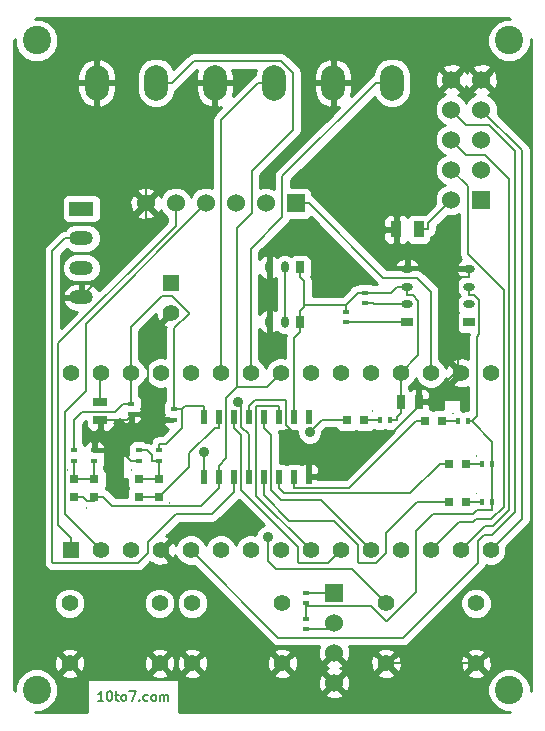
<source format=gtl>
G04 (created by PCBNEW-RS274X (2012-apr-16-27)-stable) date Mon 12 May 2014 12:41:31 BST*
G01*
G70*
G90*
%MOIN*%
G04 Gerber Fmt 3.4, Leading zero omitted, Abs format*
%FSLAX34Y34*%
G04 APERTURE LIST*
%ADD10C,0.006000*%
%ADD11C,0.007900*%
%ADD12C,0.003900*%
%ADD13C,0.055000*%
%ADD14R,0.020000X0.045000*%
%ADD15R,0.035000X0.055000*%
%ADD16R,0.045000X0.025000*%
%ADD17R,0.025000X0.045000*%
%ADD18R,0.023600X0.015700*%
%ADD19R,0.015700X0.023600*%
%ADD20R,0.060000X0.060000*%
%ADD21C,0.060000*%
%ADD22R,0.031400X0.031400*%
%ADD23O,0.039400X0.027600*%
%ADD24R,0.039400X0.027600*%
%ADD25O,0.027600X0.039400*%
%ADD26R,0.027600X0.039400*%
%ADD27R,0.055000X0.055000*%
%ADD28C,0.094500*%
%ADD29O,0.078700X0.047200*%
%ADD30R,0.078800X0.047200*%
%ADD31O,0.078700X0.118700*%
%ADD32C,0.035000*%
%ADD33C,0.008000*%
%ADD34C,0.010000*%
G04 APERTURE END LIST*
G54D10*
G54D11*
X61436Y-47529D02*
X61256Y-47529D01*
X61346Y-47529D02*
X61346Y-47214D01*
X61316Y-47259D01*
X61286Y-47289D01*
X61256Y-47304D01*
X61631Y-47214D02*
X61661Y-47214D01*
X61691Y-47229D01*
X61706Y-47244D01*
X61721Y-47274D01*
X61736Y-47334D01*
X61736Y-47409D01*
X61721Y-47469D01*
X61706Y-47499D01*
X61691Y-47514D01*
X61661Y-47529D01*
X61631Y-47529D01*
X61601Y-47514D01*
X61586Y-47499D01*
X61571Y-47469D01*
X61556Y-47409D01*
X61556Y-47334D01*
X61571Y-47274D01*
X61586Y-47244D01*
X61601Y-47229D01*
X61631Y-47214D01*
X61826Y-47319D02*
X61946Y-47319D01*
X61871Y-47214D02*
X61871Y-47484D01*
X61886Y-47514D01*
X61916Y-47529D01*
X61946Y-47529D01*
X62096Y-47529D02*
X62066Y-47514D01*
X62051Y-47499D01*
X62036Y-47469D01*
X62036Y-47379D01*
X62051Y-47349D01*
X62066Y-47334D01*
X62096Y-47319D01*
X62141Y-47319D01*
X62171Y-47334D01*
X62186Y-47349D01*
X62201Y-47379D01*
X62201Y-47469D01*
X62186Y-47499D01*
X62171Y-47514D01*
X62141Y-47529D01*
X62096Y-47529D01*
X62306Y-47214D02*
X62516Y-47214D01*
X62381Y-47529D01*
X62636Y-47499D02*
X62651Y-47514D01*
X62636Y-47529D01*
X62621Y-47514D01*
X62636Y-47499D01*
X62636Y-47529D01*
X62921Y-47514D02*
X62891Y-47529D01*
X62831Y-47529D01*
X62801Y-47514D01*
X62786Y-47499D01*
X62771Y-47469D01*
X62771Y-47379D01*
X62786Y-47349D01*
X62801Y-47334D01*
X62831Y-47319D01*
X62891Y-47319D01*
X62921Y-47334D01*
X63101Y-47529D02*
X63071Y-47514D01*
X63056Y-47499D01*
X63041Y-47469D01*
X63041Y-47379D01*
X63056Y-47349D01*
X63071Y-47334D01*
X63101Y-47319D01*
X63146Y-47319D01*
X63176Y-47334D01*
X63191Y-47349D01*
X63206Y-47379D01*
X63206Y-47469D01*
X63191Y-47499D01*
X63176Y-47514D01*
X63146Y-47529D01*
X63101Y-47529D01*
X63341Y-47529D02*
X63341Y-47319D01*
X63341Y-47349D02*
X63356Y-47334D01*
X63386Y-47319D01*
X63431Y-47319D01*
X63461Y-47334D01*
X63476Y-47364D01*
X63476Y-47529D01*
X63476Y-47364D02*
X63491Y-47334D01*
X63521Y-47319D01*
X63566Y-47319D01*
X63596Y-47334D01*
X63611Y-47364D01*
X63611Y-47529D01*
G54D12*
X73858Y-40599D02*
X73866Y-40607D01*
X73858Y-40614D01*
X73851Y-40607D01*
X73858Y-40599D01*
X73858Y-40614D01*
X73858Y-39339D02*
X73866Y-39347D01*
X73858Y-39354D01*
X73851Y-39347D01*
X73858Y-39339D01*
X73858Y-39354D01*
X73071Y-37922D02*
X73079Y-37930D01*
X73071Y-37937D01*
X73064Y-37930D01*
X73071Y-37922D01*
X73071Y-37937D01*
X70394Y-37843D02*
X70402Y-37851D01*
X70394Y-37858D01*
X70387Y-37851D01*
X70394Y-37843D01*
X70394Y-37858D01*
X63622Y-40914D02*
X63630Y-40922D01*
X63622Y-40929D01*
X63615Y-40922D01*
X63622Y-40914D01*
X63622Y-40929D01*
X62362Y-39812D02*
X62370Y-39820D01*
X62362Y-39827D01*
X62355Y-39820D01*
X62362Y-39812D01*
X62362Y-39827D01*
X60236Y-39812D02*
X60244Y-39820D01*
X60236Y-39827D01*
X60229Y-39820D01*
X60236Y-39812D01*
X60236Y-39827D01*
X60866Y-41072D02*
X60874Y-41080D01*
X60866Y-41087D01*
X60859Y-41080D01*
X60866Y-41072D01*
X60866Y-41087D01*
G54D13*
X73863Y-44276D03*
X73863Y-46276D03*
X70863Y-44276D03*
X70863Y-46276D03*
X67406Y-44276D03*
X67406Y-46276D03*
X64406Y-44276D03*
X64406Y-46276D03*
X63312Y-44276D03*
X63312Y-46276D03*
X60312Y-44276D03*
X60312Y-46276D03*
G54D14*
X64786Y-40055D03*
X65286Y-40055D03*
X65786Y-40055D03*
X66286Y-40055D03*
X66786Y-40055D03*
X67286Y-40055D03*
X67786Y-40055D03*
X68286Y-40055D03*
X68286Y-38055D03*
X67786Y-38055D03*
X67286Y-38055D03*
X66786Y-38055D03*
X66286Y-38055D03*
X65786Y-38055D03*
X65286Y-38055D03*
X64786Y-38055D03*
G54D15*
X71950Y-31811D03*
X71200Y-31811D03*
G54D16*
X61339Y-37574D03*
X61339Y-38174D03*
G54D17*
X71354Y-37559D03*
X71954Y-37559D03*
G54D18*
X63800Y-37795D03*
X63800Y-38149D03*
X62362Y-37618D03*
X62362Y-37972D03*
G54D19*
X71007Y-38149D03*
X70653Y-38149D03*
X73603Y-38208D03*
X73249Y-38208D03*
X74411Y-40905D03*
X74057Y-40905D03*
X74410Y-39627D03*
X74056Y-39627D03*
G54D18*
X60455Y-39527D03*
X60455Y-39173D03*
X63308Y-39527D03*
X63308Y-39173D03*
X62620Y-39527D03*
X62620Y-39173D03*
X68189Y-44271D03*
X68189Y-43917D03*
X68189Y-44783D03*
X68189Y-45137D03*
X69527Y-34548D03*
X69527Y-34902D03*
X70156Y-33918D03*
X70156Y-34272D03*
G54D20*
X69134Y-43933D03*
G54D21*
X69134Y-44933D03*
X69134Y-45933D03*
X69134Y-46933D03*
G54D20*
X67854Y-30945D03*
G54D21*
X66854Y-30945D03*
X65854Y-30945D03*
X64854Y-30945D03*
X63854Y-30945D03*
X62854Y-30945D03*
G54D22*
X62620Y-40137D03*
X62620Y-40727D03*
X60455Y-40137D03*
X60455Y-40727D03*
X73544Y-39627D03*
X72954Y-39627D03*
X73544Y-40905D03*
X72954Y-40905D03*
X72737Y-38208D03*
X72147Y-38208D03*
X70141Y-38150D03*
X69551Y-38150D03*
X63308Y-40727D03*
X63308Y-40137D03*
X61143Y-40727D03*
X61143Y-40137D03*
G54D23*
X71574Y-33130D03*
G54D24*
X71574Y-34902D03*
G54D23*
X71574Y-33721D03*
X71574Y-34311D03*
X71574Y-34311D03*
X71574Y-33721D03*
G54D24*
X71574Y-34902D03*
G54D23*
X71574Y-33130D03*
X73622Y-33130D03*
G54D24*
X73622Y-34902D03*
G54D23*
X73622Y-33721D03*
X73622Y-34311D03*
X73622Y-34311D03*
X73622Y-33721D03*
G54D24*
X73622Y-34902D03*
G54D23*
X73622Y-33130D03*
G54D25*
X67481Y-34882D03*
X66969Y-34882D03*
G54D26*
X67993Y-34882D03*
G54D25*
X67481Y-33071D03*
X66969Y-33071D03*
G54D26*
X67993Y-33071D03*
G54D27*
X63701Y-33594D03*
G54D13*
X63701Y-34594D03*
X74351Y-42500D03*
X73351Y-36594D03*
X72351Y-36594D03*
X71351Y-36594D03*
X70351Y-36594D03*
X69351Y-36594D03*
X68351Y-36594D03*
X67351Y-36594D03*
X66351Y-36594D03*
X65351Y-36594D03*
X64351Y-36594D03*
X63351Y-36594D03*
X62351Y-36594D03*
X61351Y-36594D03*
X60351Y-36594D03*
G54D27*
X60351Y-42500D03*
G54D13*
X61351Y-42500D03*
X62351Y-42500D03*
X63351Y-42500D03*
X64351Y-42500D03*
X65351Y-42500D03*
X66351Y-42500D03*
X67351Y-42500D03*
X68351Y-42500D03*
X69351Y-42500D03*
X70351Y-42500D03*
X71351Y-42500D03*
X72351Y-42500D03*
X73351Y-42500D03*
X74351Y-36594D03*
G54D18*
X61143Y-39173D03*
X61143Y-39527D03*
G54D20*
X74043Y-30819D03*
G54D21*
X73043Y-30819D03*
X74043Y-29819D03*
X73043Y-29819D03*
X74043Y-28819D03*
X73043Y-28819D03*
X74043Y-27819D03*
X73043Y-27819D03*
X74043Y-26819D03*
X73043Y-26819D03*
G54D28*
X74962Y-47165D03*
X59213Y-25512D03*
X74961Y-25512D03*
X59214Y-47165D03*
G54D29*
X60709Y-32106D03*
X60709Y-33090D03*
G54D30*
X60709Y-31122D03*
G54D29*
X60709Y-34074D03*
G54D31*
X63189Y-26929D03*
X61221Y-26929D03*
X67125Y-26930D03*
X65157Y-26930D03*
X71063Y-26929D03*
X69095Y-26929D03*
G54D32*
X65919Y-37551D03*
X68316Y-38560D03*
X64786Y-39238D03*
X66917Y-42076D03*
G54D33*
X72268Y-31594D02*
X72268Y-31811D01*
X73043Y-30819D02*
X72268Y-31594D01*
X71950Y-31811D02*
X72268Y-31811D01*
X61339Y-36606D02*
X61339Y-37574D01*
X61351Y-36594D02*
X61339Y-36606D01*
X67993Y-33411D02*
X68126Y-33544D01*
X71234Y-33721D02*
X71037Y-33918D01*
X70156Y-33918D02*
X69895Y-33918D01*
X69895Y-33918D02*
X69895Y-33959D01*
X69895Y-33959D02*
X69527Y-34327D01*
X67786Y-35429D02*
X67786Y-38055D01*
X68126Y-33544D02*
X68126Y-34327D01*
X68126Y-34409D02*
X67993Y-34542D01*
X71037Y-33918D02*
X70156Y-33918D01*
X68126Y-34327D02*
X68126Y-34409D01*
X71354Y-37559D02*
X71354Y-36597D01*
X71007Y-38149D02*
X71228Y-38149D01*
X62362Y-37618D02*
X62101Y-37618D01*
X67993Y-33071D02*
X67993Y-33411D01*
X64786Y-38055D02*
X64786Y-37687D01*
X74411Y-41166D02*
X73905Y-41166D01*
X73905Y-41166D02*
X73775Y-41296D01*
X63800Y-35113D02*
X63800Y-37795D01*
X63308Y-39173D02*
X63308Y-38951D01*
X63308Y-38951D02*
X63530Y-38951D01*
X63530Y-38951D02*
X64061Y-38420D01*
X64061Y-38420D02*
X64061Y-37795D01*
X62351Y-36594D02*
X62351Y-35065D01*
X62351Y-35065D02*
X63388Y-34028D01*
X63388Y-34028D02*
X63743Y-34028D01*
X63743Y-34028D02*
X64298Y-34583D01*
X64298Y-34583D02*
X64298Y-34615D01*
X64298Y-34615D02*
X63800Y-35113D01*
X60737Y-37896D02*
X61823Y-37896D01*
X62362Y-37397D02*
X62351Y-37386D01*
X62351Y-37386D02*
X62351Y-36594D01*
X63800Y-37795D02*
X64061Y-37795D01*
X67993Y-34882D02*
X67993Y-34542D01*
X64061Y-37795D02*
X64169Y-37687D01*
X64169Y-37687D02*
X64786Y-37687D01*
X62362Y-37618D02*
X62362Y-37397D01*
X60455Y-39173D02*
X60455Y-38178D01*
X60455Y-38178D02*
X60737Y-37896D01*
X71354Y-36597D02*
X71351Y-36594D01*
X71351Y-36594D02*
X71931Y-36014D01*
X71931Y-36014D02*
X71931Y-34182D01*
X71751Y-34002D02*
X71574Y-34002D01*
X70372Y-44377D02*
X68189Y-44377D01*
X61823Y-37896D02*
X62101Y-37618D01*
X69527Y-34548D02*
X69527Y-34327D01*
X68126Y-34327D02*
X69527Y-34327D01*
X67993Y-35222D02*
X67786Y-35429D01*
X71574Y-33721D02*
X71234Y-33721D01*
X67993Y-34882D02*
X67993Y-35222D01*
X71354Y-37559D02*
X71354Y-37927D01*
X73775Y-41296D02*
X72420Y-41296D01*
X71228Y-38149D02*
X71228Y-38053D01*
X71228Y-38053D02*
X71354Y-37927D01*
X73622Y-33721D02*
X73622Y-34002D01*
X73603Y-38208D02*
X73714Y-38208D01*
X71574Y-33721D02*
X71574Y-34002D01*
X73882Y-38040D02*
X73714Y-38208D01*
X72420Y-41296D02*
X71851Y-41865D01*
X71851Y-41865D02*
X71851Y-43884D01*
X71851Y-43884D02*
X70881Y-44854D01*
X70881Y-44854D02*
X70849Y-44854D01*
X70849Y-44854D02*
X70372Y-44377D01*
X71931Y-34182D02*
X71751Y-34002D01*
X74411Y-40905D02*
X74411Y-40644D01*
X74410Y-39627D02*
X74410Y-40644D01*
X74410Y-40644D02*
X74411Y-40644D01*
X73714Y-38208D02*
X74410Y-38904D01*
X74410Y-38904D02*
X74410Y-39627D01*
X73882Y-35392D02*
X73882Y-38040D01*
X73969Y-35305D02*
X73882Y-35392D01*
X73969Y-34172D02*
X73969Y-35305D01*
X73799Y-34002D02*
X73969Y-34172D01*
X73622Y-34002D02*
X73799Y-34002D01*
X68189Y-44377D02*
X68189Y-44271D01*
X68189Y-44672D02*
X68189Y-44377D01*
X68189Y-44783D02*
X68189Y-44672D01*
X74411Y-40905D02*
X74411Y-41166D01*
X67481Y-33411D02*
X67481Y-34542D01*
X67481Y-33071D02*
X67481Y-33411D01*
X67481Y-34882D02*
X67481Y-34542D01*
X66547Y-37687D02*
X67286Y-37687D01*
X66542Y-37692D02*
X66547Y-37687D01*
X66542Y-40691D02*
X66542Y-37692D01*
X68351Y-42500D02*
X66542Y-40691D01*
X67286Y-38055D02*
X67286Y-37687D01*
X66029Y-38666D02*
X65786Y-38423D01*
X68926Y-42925D02*
X67954Y-42925D01*
X69351Y-42500D02*
X68926Y-42925D01*
X67932Y-42903D02*
X67932Y-42397D01*
X67954Y-42925D02*
X67932Y-42903D01*
X67932Y-42397D02*
X66029Y-40494D01*
X66029Y-40494D02*
X66029Y-38666D01*
X65786Y-38055D02*
X65786Y-38423D01*
X67286Y-40055D02*
X67286Y-40423D01*
X72954Y-39627D02*
X72654Y-39627D01*
X67469Y-40606D02*
X67286Y-40423D01*
X72654Y-39627D02*
X71675Y-40606D01*
X71675Y-40606D02*
X67469Y-40606D01*
X67266Y-45415D02*
X64351Y-42500D01*
X71423Y-45415D02*
X67266Y-45415D01*
X73917Y-42921D02*
X71423Y-45415D01*
X73917Y-42195D02*
X73917Y-42921D01*
X74112Y-42000D02*
X73917Y-42195D01*
X74399Y-42000D02*
X74112Y-42000D01*
X75153Y-41246D02*
X74399Y-42000D01*
X75153Y-29190D02*
X75153Y-41246D01*
X74282Y-28319D02*
X75153Y-29190D01*
X73543Y-28319D02*
X74282Y-28319D01*
X73043Y-27819D02*
X73543Y-28319D01*
X66786Y-38055D02*
X66786Y-38423D01*
X68693Y-40842D02*
X67374Y-40842D01*
X67029Y-40497D02*
X67029Y-38666D01*
X67374Y-40842D02*
X67029Y-40497D01*
X67029Y-38666D02*
X66786Y-38423D01*
X70351Y-42500D02*
X68693Y-40842D01*
X65919Y-37551D02*
X66030Y-37662D01*
X66030Y-37662D02*
X66030Y-38382D01*
X66030Y-38382D02*
X66286Y-38638D01*
X66286Y-38638D02*
X66286Y-40055D01*
X71893Y-40905D02*
X70851Y-41947D01*
X70851Y-42599D02*
X70525Y-42925D01*
X66786Y-40674D02*
X66786Y-40055D01*
X70851Y-41947D02*
X70851Y-42599D01*
X70525Y-42925D02*
X69954Y-42925D01*
X72954Y-40905D02*
X71893Y-40905D01*
X69119Y-41529D02*
X67641Y-41529D01*
X69932Y-42342D02*
X69119Y-41529D01*
X67641Y-41529D02*
X66786Y-40674D01*
X69932Y-42903D02*
X69932Y-42342D01*
X69954Y-42925D02*
X69932Y-42903D01*
X66382Y-31267D02*
X65895Y-31754D01*
X65895Y-37052D02*
X66893Y-37052D01*
X65529Y-37418D02*
X65895Y-37052D01*
X67756Y-28493D02*
X66382Y-29867D01*
X66382Y-29867D02*
X66382Y-31267D01*
X65286Y-39687D02*
X65529Y-39444D01*
X67366Y-26192D02*
X67756Y-26582D01*
X66893Y-37052D02*
X67351Y-36594D01*
X63726Y-26929D02*
X64463Y-26192D01*
X65529Y-39444D02*
X65529Y-37418D01*
X67756Y-26582D02*
X67756Y-28493D01*
X64463Y-26192D02*
X67366Y-26192D01*
X60455Y-40727D02*
X60755Y-40727D01*
X64682Y-41027D02*
X61743Y-41027D01*
X61143Y-40727D02*
X61143Y-40877D01*
X65895Y-31754D02*
X65895Y-37052D01*
X65286Y-40055D02*
X65286Y-40423D01*
X61143Y-40877D02*
X60905Y-40877D01*
X61143Y-40727D02*
X61443Y-40727D01*
X61743Y-41027D02*
X61443Y-40727D01*
X65286Y-40055D02*
X65286Y-39687D01*
X65286Y-40423D02*
X64682Y-41027D01*
X60905Y-40877D02*
X60755Y-40727D01*
X63189Y-26929D02*
X63726Y-26929D01*
X75400Y-41451D02*
X74351Y-42500D01*
X75400Y-29176D02*
X75400Y-41451D01*
X74043Y-27819D02*
X75400Y-29176D01*
X74171Y-29319D02*
X74969Y-30117D01*
X74438Y-41700D02*
X74151Y-41700D01*
X74969Y-41169D02*
X74438Y-41700D01*
X73043Y-28819D02*
X73543Y-29319D01*
X74969Y-30117D02*
X74969Y-41169D01*
X73543Y-29319D02*
X74171Y-29319D01*
X74151Y-41700D02*
X73351Y-42500D01*
X68726Y-38150D02*
X68316Y-38560D01*
X69551Y-38150D02*
X68726Y-38150D01*
X64786Y-39238D02*
X64786Y-40055D01*
X65069Y-41292D02*
X65786Y-40575D01*
X63859Y-41292D02*
X65069Y-41292D01*
X62917Y-42234D02*
X63859Y-41292D01*
X62917Y-42586D02*
X62917Y-42234D01*
X60709Y-32106D02*
X60172Y-32106D01*
X65786Y-40575D02*
X65786Y-40055D01*
X62584Y-42919D02*
X62917Y-42586D01*
X59760Y-42919D02*
X62584Y-42919D01*
X59738Y-42897D02*
X59760Y-42919D01*
X59738Y-32540D02*
X59738Y-42897D01*
X60172Y-32106D02*
X59738Y-32540D01*
X60154Y-41303D02*
X60154Y-37883D01*
X61351Y-42500D02*
X60154Y-41303D01*
X60154Y-37883D02*
X60851Y-37186D01*
X60851Y-37186D02*
X60851Y-34948D01*
X60851Y-34948D02*
X64854Y-30945D01*
X62620Y-40727D02*
X62920Y-40727D01*
X62920Y-40727D02*
X63308Y-40727D01*
X65286Y-38055D02*
X65286Y-38423D01*
X64303Y-39732D02*
X63308Y-40727D01*
X64303Y-39271D02*
X64303Y-39732D01*
X65151Y-38423D02*
X64303Y-39271D01*
X65286Y-38423D02*
X65151Y-38423D01*
X67854Y-30945D02*
X68297Y-30945D01*
X72351Y-33883D02*
X72351Y-36594D01*
X70777Y-33425D02*
X71893Y-33425D01*
X71893Y-33425D02*
X72351Y-33883D01*
X68297Y-30945D02*
X70777Y-33425D01*
X71574Y-34902D02*
X69527Y-34902D01*
X70456Y-34311D02*
X70417Y-34272D01*
X71574Y-34311D02*
X70456Y-34311D01*
X70156Y-34272D02*
X70417Y-34272D01*
X73599Y-30375D02*
X73599Y-32638D01*
X73043Y-29819D02*
X73599Y-30375D01*
X73599Y-32638D02*
X74786Y-33825D01*
X74786Y-33825D02*
X74786Y-41053D01*
X74786Y-41053D02*
X74370Y-41469D01*
X74370Y-41469D02*
X73862Y-41469D01*
X73862Y-41469D02*
X73759Y-41572D01*
X73759Y-41572D02*
X73279Y-41572D01*
X73279Y-41572D02*
X72351Y-42500D01*
X66917Y-42076D02*
X66917Y-42866D01*
X69718Y-43131D02*
X70863Y-44276D01*
X67182Y-43131D02*
X69718Y-43131D01*
X66917Y-42866D02*
X67182Y-43131D01*
X60351Y-42500D02*
X60351Y-42082D01*
X63854Y-31686D02*
X63854Y-30945D01*
X59932Y-35608D02*
X63854Y-31686D01*
X59932Y-41663D02*
X59932Y-35608D01*
X60351Y-42082D02*
X59932Y-41663D01*
X65351Y-28167D02*
X65351Y-36594D01*
X66588Y-26930D02*
X65351Y-28167D01*
X67125Y-26930D02*
X66588Y-26930D01*
X66351Y-36594D02*
X66351Y-32448D01*
X66351Y-32448D02*
X67410Y-31389D01*
X71063Y-26929D02*
X70526Y-26929D01*
X67410Y-31389D02*
X67410Y-30045D01*
X67410Y-30045D02*
X70526Y-26929D01*
X72147Y-38208D02*
X71847Y-38208D01*
X67786Y-40055D02*
X67786Y-40423D01*
X69632Y-40423D02*
X71847Y-38208D01*
X67786Y-40423D02*
X69632Y-40423D01*
X68930Y-45137D02*
X68189Y-45137D01*
X69134Y-44933D02*
X68930Y-45137D01*
X69134Y-43933D02*
X68691Y-43933D01*
X68189Y-43917D02*
X68675Y-43917D01*
X68675Y-43917D02*
X68691Y-43933D01*
X62362Y-38035D02*
X62224Y-38173D01*
X71954Y-37559D02*
X72222Y-37559D01*
X62362Y-38035D02*
X62913Y-38035D01*
X62913Y-35382D02*
X62913Y-38035D01*
X62224Y-38173D02*
X61707Y-38173D01*
X61707Y-38173D02*
X61707Y-38174D01*
X63800Y-38149D02*
X63539Y-38149D01*
X62854Y-30945D02*
X62854Y-31929D01*
X62854Y-31929D02*
X60709Y-34074D01*
X63190Y-28360D02*
X63190Y-28361D01*
X71574Y-33130D02*
X71574Y-32849D01*
X71200Y-32475D02*
X71574Y-32849D01*
X68286Y-39087D02*
X70565Y-39087D01*
X70565Y-39087D02*
X71954Y-37698D01*
X71954Y-37698D02*
X71954Y-37559D01*
X66286Y-38055D02*
X66286Y-37684D01*
X66286Y-37684D02*
X66479Y-37491D01*
X66479Y-37491D02*
X67508Y-37491D01*
X67508Y-37491D02*
X67530Y-37513D01*
X67530Y-37513D02*
X67530Y-38331D01*
X67530Y-38331D02*
X68286Y-39087D01*
X68286Y-39087D02*
X68286Y-40055D01*
X73043Y-26819D02*
X71200Y-28662D01*
X71200Y-28662D02*
X71200Y-31811D01*
X62913Y-38035D02*
X63027Y-38149D01*
X63027Y-38149D02*
X63539Y-38149D01*
X63701Y-34594D02*
X62913Y-35382D01*
X71200Y-31811D02*
X71200Y-32475D01*
X62620Y-39527D02*
X62359Y-39527D01*
X71574Y-33130D02*
X72988Y-33130D01*
X72988Y-33130D02*
X73269Y-33411D01*
X73269Y-33411D02*
X73269Y-36512D01*
X73269Y-36512D02*
X73351Y-36594D01*
X73269Y-36512D02*
X72222Y-37559D01*
X61339Y-38174D02*
X61707Y-38174D01*
X62362Y-37972D02*
X62362Y-38035D01*
X63190Y-28361D02*
X63190Y-28897D01*
X61339Y-38174D02*
X61339Y-38442D01*
X61143Y-39173D02*
X61143Y-38638D01*
X61143Y-38638D02*
X61339Y-38442D01*
X73622Y-33130D02*
X73622Y-33411D01*
X62005Y-39173D02*
X62359Y-39527D01*
X73269Y-33411D02*
X73622Y-33411D01*
X66969Y-33071D02*
X66969Y-34882D01*
X63190Y-28897D02*
X62854Y-29233D01*
X62854Y-29233D02*
X62854Y-30945D01*
X61143Y-39173D02*
X62005Y-39173D01*
X63190Y-28360D02*
X61758Y-26929D01*
X64620Y-26930D02*
X63190Y-28360D01*
X65157Y-26930D02*
X64620Y-26930D01*
X61221Y-26929D02*
X61758Y-26929D01*
X63859Y-45729D02*
X64406Y-46276D01*
X63351Y-42500D02*
X63859Y-43008D01*
X63859Y-43008D02*
X63859Y-45729D01*
X63859Y-45729D02*
X63312Y-46276D01*
X70863Y-46276D02*
X73863Y-46276D01*
X73544Y-40905D02*
X74057Y-40905D01*
X73544Y-39627D02*
X74056Y-39627D01*
X72737Y-38208D02*
X73249Y-38208D01*
X70431Y-38150D02*
X70431Y-38149D01*
X70141Y-38150D02*
X70431Y-38150D01*
X70653Y-38149D02*
X70431Y-38149D01*
X62620Y-40137D02*
X62920Y-40137D01*
X63308Y-40137D02*
X62920Y-40137D01*
X62620Y-39173D02*
X62881Y-39173D01*
X63308Y-40137D02*
X63308Y-39527D01*
X63047Y-39339D02*
X62881Y-39173D01*
X63047Y-39527D02*
X63047Y-39339D01*
X63308Y-39527D02*
X63047Y-39527D01*
X61143Y-40137D02*
X60455Y-40137D01*
X61143Y-39527D02*
X61143Y-40137D01*
X60455Y-40137D02*
X60455Y-39527D01*
G54D10*
G36*
X63771Y-38199D02*
X63750Y-38199D01*
X63750Y-38188D01*
X63494Y-38188D01*
X63432Y-38250D01*
X63433Y-38276D01*
X63471Y-38368D01*
X63541Y-38438D01*
X63605Y-38465D01*
X63410Y-38661D01*
X63308Y-38661D01*
X63197Y-38683D01*
X63103Y-38746D01*
X63040Y-38840D01*
X63026Y-38906D01*
X63013Y-38919D01*
X62992Y-38905D01*
X62881Y-38883D01*
X62878Y-38883D01*
X62876Y-38883D01*
X62788Y-38846D01*
X62730Y-38846D01*
X62730Y-38073D01*
X62668Y-38011D01*
X62412Y-38011D01*
X62412Y-38238D01*
X62473Y-38299D01*
X62530Y-38299D01*
X62621Y-38261D01*
X62691Y-38191D01*
X62729Y-38099D01*
X62730Y-38073D01*
X62730Y-38846D01*
X62689Y-38846D01*
X62453Y-38846D01*
X62361Y-38884D01*
X62291Y-38954D01*
X62253Y-39045D01*
X62253Y-39144D01*
X62253Y-39300D01*
X62272Y-39347D01*
X62056Y-39347D01*
X62056Y-40143D01*
X62214Y-40143D01*
X62214Y-40343D01*
X62250Y-40431D01*
X62214Y-40520D01*
X62214Y-40619D01*
X62214Y-40737D01*
X61863Y-40737D01*
X61814Y-40688D01*
X61648Y-40522D01*
X61554Y-40459D01*
X61520Y-40452D01*
X61512Y-40432D01*
X61549Y-40344D01*
X61549Y-40245D01*
X61549Y-39931D01*
X61511Y-39839D01*
X61445Y-39773D01*
X61472Y-39746D01*
X61510Y-39655D01*
X61510Y-39556D01*
X61510Y-39400D01*
X61489Y-39350D01*
X61510Y-39300D01*
X61511Y-39274D01*
X61511Y-39072D01*
X61510Y-39046D01*
X61472Y-38954D01*
X61402Y-38884D01*
X61311Y-38846D01*
X61289Y-38846D01*
X61254Y-38846D01*
X61193Y-38907D01*
X61193Y-39134D01*
X61449Y-39134D01*
X61511Y-39072D01*
X61511Y-39274D01*
X61449Y-39212D01*
X61339Y-39212D01*
X61311Y-39200D01*
X61212Y-39200D01*
X61093Y-39200D01*
X61093Y-39134D01*
X61093Y-39073D01*
X61093Y-38907D01*
X61032Y-38846D01*
X60975Y-38846D01*
X60884Y-38884D01*
X60814Y-38954D01*
X60799Y-38990D01*
X60784Y-38954D01*
X60745Y-38915D01*
X60745Y-38298D01*
X60857Y-38186D01*
X60864Y-38186D01*
X60864Y-38274D01*
X60876Y-38274D01*
X60864Y-38286D01*
X60865Y-38348D01*
X60903Y-38440D01*
X60973Y-38510D01*
X61064Y-38548D01*
X61163Y-38548D01*
X61227Y-38549D01*
X61289Y-38487D01*
X61289Y-38274D01*
X61289Y-38224D01*
X61289Y-38186D01*
X61389Y-38186D01*
X61389Y-38224D01*
X61389Y-38274D01*
X61389Y-38487D01*
X61451Y-38549D01*
X61515Y-38548D01*
X61614Y-38548D01*
X61705Y-38510D01*
X61775Y-38440D01*
X61813Y-38348D01*
X61814Y-38286D01*
X61802Y-38274D01*
X61814Y-38274D01*
X61814Y-38186D01*
X61823Y-38186D01*
X61934Y-38164D01*
X62002Y-38117D01*
X62033Y-38191D01*
X62103Y-38261D01*
X62194Y-38299D01*
X62251Y-38299D01*
X62312Y-38238D01*
X62312Y-38072D01*
X62312Y-38011D01*
X62312Y-37945D01*
X62529Y-37945D01*
X62558Y-37933D01*
X62668Y-37933D01*
X62730Y-37871D01*
X62729Y-37845D01*
X62708Y-37795D01*
X62729Y-37746D01*
X62729Y-37647D01*
X62729Y-37491D01*
X62691Y-37399D01*
X62642Y-37350D01*
X62641Y-37341D01*
X62641Y-37041D01*
X62648Y-37039D01*
X62796Y-36892D01*
X62851Y-36758D01*
X62906Y-36891D01*
X63053Y-37039D01*
X63246Y-37119D01*
X63455Y-37119D01*
X63510Y-37096D01*
X63510Y-37537D01*
X63471Y-37576D01*
X63433Y-37667D01*
X63433Y-37766D01*
X63433Y-37922D01*
X63453Y-37972D01*
X63433Y-38022D01*
X63432Y-38048D01*
X63494Y-38110D01*
X63603Y-38110D01*
X63632Y-38122D01*
X63731Y-38122D01*
X63771Y-38122D01*
X63771Y-38199D01*
X63771Y-38199D01*
G37*
G54D34*
X63771Y-38199D02*
X63750Y-38199D01*
X63750Y-38188D01*
X63494Y-38188D01*
X63432Y-38250D01*
X63433Y-38276D01*
X63471Y-38368D01*
X63541Y-38438D01*
X63605Y-38465D01*
X63410Y-38661D01*
X63308Y-38661D01*
X63197Y-38683D01*
X63103Y-38746D01*
X63040Y-38840D01*
X63026Y-38906D01*
X63013Y-38919D01*
X62992Y-38905D01*
X62881Y-38883D01*
X62878Y-38883D01*
X62876Y-38883D01*
X62788Y-38846D01*
X62730Y-38846D01*
X62730Y-38073D01*
X62668Y-38011D01*
X62412Y-38011D01*
X62412Y-38238D01*
X62473Y-38299D01*
X62530Y-38299D01*
X62621Y-38261D01*
X62691Y-38191D01*
X62729Y-38099D01*
X62730Y-38073D01*
X62730Y-38846D01*
X62689Y-38846D01*
X62453Y-38846D01*
X62361Y-38884D01*
X62291Y-38954D01*
X62253Y-39045D01*
X62253Y-39144D01*
X62253Y-39300D01*
X62272Y-39347D01*
X62056Y-39347D01*
X62056Y-40143D01*
X62214Y-40143D01*
X62214Y-40343D01*
X62250Y-40431D01*
X62214Y-40520D01*
X62214Y-40619D01*
X62214Y-40737D01*
X61863Y-40737D01*
X61814Y-40688D01*
X61648Y-40522D01*
X61554Y-40459D01*
X61520Y-40452D01*
X61512Y-40432D01*
X61549Y-40344D01*
X61549Y-40245D01*
X61549Y-39931D01*
X61511Y-39839D01*
X61445Y-39773D01*
X61472Y-39746D01*
X61510Y-39655D01*
X61510Y-39556D01*
X61510Y-39400D01*
X61489Y-39350D01*
X61510Y-39300D01*
X61511Y-39274D01*
X61511Y-39072D01*
X61510Y-39046D01*
X61472Y-38954D01*
X61402Y-38884D01*
X61311Y-38846D01*
X61289Y-38846D01*
X61254Y-38846D01*
X61193Y-38907D01*
X61193Y-39134D01*
X61449Y-39134D01*
X61511Y-39072D01*
X61511Y-39274D01*
X61449Y-39212D01*
X61339Y-39212D01*
X61311Y-39200D01*
X61212Y-39200D01*
X61093Y-39200D01*
X61093Y-39134D01*
X61093Y-39073D01*
X61093Y-38907D01*
X61032Y-38846D01*
X60975Y-38846D01*
X60884Y-38884D01*
X60814Y-38954D01*
X60799Y-38990D01*
X60784Y-38954D01*
X60745Y-38915D01*
X60745Y-38298D01*
X60857Y-38186D01*
X60864Y-38186D01*
X60864Y-38274D01*
X60876Y-38274D01*
X60864Y-38286D01*
X60865Y-38348D01*
X60903Y-38440D01*
X60973Y-38510D01*
X61064Y-38548D01*
X61163Y-38548D01*
X61227Y-38549D01*
X61289Y-38487D01*
X61289Y-38274D01*
X61289Y-38224D01*
X61289Y-38186D01*
X61389Y-38186D01*
X61389Y-38224D01*
X61389Y-38274D01*
X61389Y-38487D01*
X61451Y-38549D01*
X61515Y-38548D01*
X61614Y-38548D01*
X61705Y-38510D01*
X61775Y-38440D01*
X61813Y-38348D01*
X61814Y-38286D01*
X61802Y-38274D01*
X61814Y-38274D01*
X61814Y-38186D01*
X61823Y-38186D01*
X61934Y-38164D01*
X62002Y-38117D01*
X62033Y-38191D01*
X62103Y-38261D01*
X62194Y-38299D01*
X62251Y-38299D01*
X62312Y-38238D01*
X62312Y-38072D01*
X62312Y-38011D01*
X62312Y-37945D01*
X62529Y-37945D01*
X62558Y-37933D01*
X62668Y-37933D01*
X62730Y-37871D01*
X62729Y-37845D01*
X62708Y-37795D01*
X62729Y-37746D01*
X62729Y-37647D01*
X62729Y-37491D01*
X62691Y-37399D01*
X62642Y-37350D01*
X62641Y-37341D01*
X62641Y-37041D01*
X62648Y-37039D01*
X62796Y-36892D01*
X62851Y-36758D01*
X62906Y-36891D01*
X63053Y-37039D01*
X63246Y-37119D01*
X63455Y-37119D01*
X63510Y-37096D01*
X63510Y-37537D01*
X63471Y-37576D01*
X63433Y-37667D01*
X63433Y-37766D01*
X63433Y-37922D01*
X63453Y-37972D01*
X63433Y-38022D01*
X63432Y-38048D01*
X63494Y-38110D01*
X63603Y-38110D01*
X63632Y-38122D01*
X63731Y-38122D01*
X63771Y-38122D01*
X63771Y-38199D01*
G54D10*
G36*
X63772Y-34594D02*
X63701Y-34665D01*
X63666Y-34700D01*
X63411Y-34955D01*
X63434Y-35046D01*
X63517Y-35074D01*
X63510Y-35113D01*
X63510Y-36091D01*
X63456Y-36069D01*
X63247Y-36069D01*
X63054Y-36149D01*
X62906Y-36296D01*
X62850Y-36429D01*
X62796Y-36297D01*
X62649Y-36149D01*
X62641Y-36145D01*
X62641Y-35185D01*
X63188Y-34637D01*
X63193Y-34724D01*
X63249Y-34861D01*
X63340Y-34884D01*
X63595Y-34629D01*
X63630Y-34594D01*
X63701Y-34523D01*
X63772Y-34594D01*
X63772Y-34594D01*
G37*
G54D34*
X63772Y-34594D02*
X63701Y-34665D01*
X63666Y-34700D01*
X63411Y-34955D01*
X63434Y-35046D01*
X63517Y-35074D01*
X63510Y-35113D01*
X63510Y-36091D01*
X63456Y-36069D01*
X63247Y-36069D01*
X63054Y-36149D01*
X62906Y-36296D01*
X62850Y-36429D01*
X62796Y-36297D01*
X62649Y-36149D01*
X62641Y-36145D01*
X62641Y-35185D01*
X63188Y-34637D01*
X63193Y-34724D01*
X63249Y-34861D01*
X63340Y-34884D01*
X63595Y-34629D01*
X63630Y-34594D01*
X63701Y-34523D01*
X63772Y-34594D01*
G54D10*
G36*
X70570Y-33628D02*
X70412Y-33628D01*
X70324Y-33591D01*
X70225Y-33591D01*
X69989Y-33591D01*
X69899Y-33628D01*
X69897Y-33628D01*
X69895Y-33628D01*
X69784Y-33650D01*
X69690Y-33713D01*
X69627Y-33807D01*
X69624Y-33819D01*
X69407Y-34037D01*
X68416Y-34037D01*
X68416Y-33544D01*
X68394Y-33433D01*
X68355Y-33375D01*
X68380Y-33318D01*
X68380Y-33219D01*
X68380Y-32825D01*
X68342Y-32733D01*
X68272Y-32663D01*
X68181Y-32625D01*
X68082Y-32625D01*
X67806Y-32625D01*
X67714Y-32663D01*
X67695Y-32681D01*
X67558Y-32623D01*
X67406Y-32623D01*
X67266Y-32681D01*
X67220Y-32726D01*
X67203Y-32706D01*
X67078Y-32641D01*
X67019Y-32690D01*
X67019Y-32971D01*
X67019Y-33021D01*
X67019Y-33121D01*
X67019Y-33171D01*
X67019Y-33452D01*
X67078Y-33501D01*
X67191Y-33442D01*
X67191Y-34510D01*
X67078Y-34452D01*
X67019Y-34501D01*
X67019Y-34782D01*
X67019Y-34832D01*
X67019Y-34932D01*
X67019Y-34982D01*
X67019Y-35263D01*
X67078Y-35312D01*
X67203Y-35247D01*
X67220Y-35226D01*
X67265Y-35271D01*
X67404Y-35330D01*
X67515Y-35330D01*
X67496Y-35429D01*
X67496Y-36085D01*
X67456Y-36069D01*
X67247Y-36069D01*
X67054Y-36149D01*
X66906Y-36296D01*
X66850Y-36429D01*
X66796Y-36297D01*
X66649Y-36149D01*
X66641Y-36145D01*
X66641Y-35139D01*
X66735Y-35247D01*
X66860Y-35312D01*
X66919Y-35263D01*
X66919Y-34982D01*
X66919Y-34932D01*
X66919Y-34832D01*
X66919Y-34782D01*
X66919Y-34501D01*
X66860Y-34452D01*
X66735Y-34517D01*
X66641Y-34624D01*
X66641Y-33328D01*
X66735Y-33436D01*
X66860Y-33501D01*
X66919Y-33452D01*
X66919Y-33171D01*
X66919Y-33121D01*
X66919Y-33021D01*
X66919Y-32971D01*
X66919Y-32690D01*
X66860Y-32641D01*
X66735Y-32706D01*
X66641Y-32813D01*
X66641Y-32568D01*
X67615Y-31595D01*
X67615Y-31594D01*
X67678Y-31500D01*
X67679Y-31494D01*
X68203Y-31494D01*
X68295Y-31456D01*
X68346Y-31404D01*
X70570Y-33628D01*
X70570Y-33628D01*
G37*
G54D34*
X70570Y-33628D02*
X70412Y-33628D01*
X70324Y-33591D01*
X70225Y-33591D01*
X69989Y-33591D01*
X69899Y-33628D01*
X69897Y-33628D01*
X69895Y-33628D01*
X69784Y-33650D01*
X69690Y-33713D01*
X69627Y-33807D01*
X69624Y-33819D01*
X69407Y-34037D01*
X68416Y-34037D01*
X68416Y-33544D01*
X68394Y-33433D01*
X68355Y-33375D01*
X68380Y-33318D01*
X68380Y-33219D01*
X68380Y-32825D01*
X68342Y-32733D01*
X68272Y-32663D01*
X68181Y-32625D01*
X68082Y-32625D01*
X67806Y-32625D01*
X67714Y-32663D01*
X67695Y-32681D01*
X67558Y-32623D01*
X67406Y-32623D01*
X67266Y-32681D01*
X67220Y-32726D01*
X67203Y-32706D01*
X67078Y-32641D01*
X67019Y-32690D01*
X67019Y-32971D01*
X67019Y-33021D01*
X67019Y-33121D01*
X67019Y-33171D01*
X67019Y-33452D01*
X67078Y-33501D01*
X67191Y-33442D01*
X67191Y-34510D01*
X67078Y-34452D01*
X67019Y-34501D01*
X67019Y-34782D01*
X67019Y-34832D01*
X67019Y-34932D01*
X67019Y-34982D01*
X67019Y-35263D01*
X67078Y-35312D01*
X67203Y-35247D01*
X67220Y-35226D01*
X67265Y-35271D01*
X67404Y-35330D01*
X67515Y-35330D01*
X67496Y-35429D01*
X67496Y-36085D01*
X67456Y-36069D01*
X67247Y-36069D01*
X67054Y-36149D01*
X66906Y-36296D01*
X66850Y-36429D01*
X66796Y-36297D01*
X66649Y-36149D01*
X66641Y-36145D01*
X66641Y-35139D01*
X66735Y-35247D01*
X66860Y-35312D01*
X66919Y-35263D01*
X66919Y-34982D01*
X66919Y-34932D01*
X66919Y-34832D01*
X66919Y-34782D01*
X66919Y-34501D01*
X66860Y-34452D01*
X66735Y-34517D01*
X66641Y-34624D01*
X66641Y-33328D01*
X66735Y-33436D01*
X66860Y-33501D01*
X66919Y-33452D01*
X66919Y-33171D01*
X66919Y-33121D01*
X66919Y-33021D01*
X66919Y-32971D01*
X66919Y-32690D01*
X66860Y-32641D01*
X66735Y-32706D01*
X66641Y-32813D01*
X66641Y-32568D01*
X67615Y-31595D01*
X67615Y-31594D01*
X67678Y-31500D01*
X67679Y-31494D01*
X68203Y-31494D01*
X68295Y-31456D01*
X68346Y-31404D01*
X70570Y-33628D01*
G54D10*
G36*
X71129Y-38516D02*
X69512Y-40133D01*
X68636Y-40133D01*
X68636Y-39943D01*
X68635Y-39879D01*
X68635Y-39780D01*
X68597Y-39689D01*
X68527Y-39619D01*
X68435Y-39581D01*
X68398Y-39580D01*
X68336Y-39642D01*
X68336Y-40005D01*
X68574Y-40005D01*
X68636Y-39943D01*
X68636Y-40133D01*
X68602Y-40133D01*
X68574Y-40105D01*
X68386Y-40105D01*
X68336Y-40105D01*
X68236Y-40105D01*
X68236Y-40005D01*
X68236Y-39955D01*
X68236Y-39642D01*
X68174Y-39580D01*
X68137Y-39581D01*
X68045Y-39619D01*
X68036Y-39628D01*
X68027Y-39619D01*
X67936Y-39581D01*
X67837Y-39581D01*
X67637Y-39581D01*
X67545Y-39619D01*
X67536Y-39628D01*
X67527Y-39619D01*
X67436Y-39581D01*
X67337Y-39581D01*
X67319Y-39581D01*
X67319Y-38666D01*
X67297Y-38555D01*
X67279Y-38529D01*
X67435Y-38529D01*
X67527Y-38491D01*
X67536Y-38482D01*
X67545Y-38491D01*
X67636Y-38529D01*
X67735Y-38529D01*
X67891Y-38529D01*
X67891Y-38644D01*
X67955Y-38800D01*
X68075Y-38920D01*
X68231Y-38985D01*
X68400Y-38985D01*
X68556Y-38921D01*
X68676Y-38801D01*
X68741Y-38645D01*
X68741Y-38545D01*
X68846Y-38440D01*
X69179Y-38440D01*
X69183Y-38448D01*
X69253Y-38518D01*
X69344Y-38556D01*
X69443Y-38556D01*
X69757Y-38556D01*
X69845Y-38519D01*
X69934Y-38556D01*
X70033Y-38556D01*
X70347Y-38556D01*
X70439Y-38518D01*
X70465Y-38491D01*
X70525Y-38516D01*
X70624Y-38516D01*
X70780Y-38516D01*
X70829Y-38495D01*
X70879Y-38516D01*
X70978Y-38516D01*
X71129Y-38516D01*
X71129Y-38516D01*
G37*
G54D34*
X71129Y-38516D02*
X69512Y-40133D01*
X68636Y-40133D01*
X68636Y-39943D01*
X68635Y-39879D01*
X68635Y-39780D01*
X68597Y-39689D01*
X68527Y-39619D01*
X68435Y-39581D01*
X68398Y-39580D01*
X68336Y-39642D01*
X68336Y-40005D01*
X68574Y-40005D01*
X68636Y-39943D01*
X68636Y-40133D01*
X68602Y-40133D01*
X68574Y-40105D01*
X68386Y-40105D01*
X68336Y-40105D01*
X68236Y-40105D01*
X68236Y-40005D01*
X68236Y-39955D01*
X68236Y-39642D01*
X68174Y-39580D01*
X68137Y-39581D01*
X68045Y-39619D01*
X68036Y-39628D01*
X68027Y-39619D01*
X67936Y-39581D01*
X67837Y-39581D01*
X67637Y-39581D01*
X67545Y-39619D01*
X67536Y-39628D01*
X67527Y-39619D01*
X67436Y-39581D01*
X67337Y-39581D01*
X67319Y-39581D01*
X67319Y-38666D01*
X67297Y-38555D01*
X67279Y-38529D01*
X67435Y-38529D01*
X67527Y-38491D01*
X67536Y-38482D01*
X67545Y-38491D01*
X67636Y-38529D01*
X67735Y-38529D01*
X67891Y-38529D01*
X67891Y-38644D01*
X67955Y-38800D01*
X68075Y-38920D01*
X68231Y-38985D01*
X68400Y-38985D01*
X68556Y-38921D01*
X68676Y-38801D01*
X68741Y-38645D01*
X68741Y-38545D01*
X68846Y-38440D01*
X69179Y-38440D01*
X69183Y-38448D01*
X69253Y-38518D01*
X69344Y-38556D01*
X69443Y-38556D01*
X69757Y-38556D01*
X69845Y-38519D01*
X69934Y-38556D01*
X70033Y-38556D01*
X70347Y-38556D01*
X70439Y-38518D01*
X70465Y-38491D01*
X70525Y-38516D01*
X70624Y-38516D01*
X70780Y-38516D01*
X70829Y-38495D01*
X70879Y-38516D01*
X70978Y-38516D01*
X71129Y-38516D01*
G54D10*
G36*
X75695Y-47139D02*
X75690Y-47164D01*
X75690Y-41451D01*
X75690Y-29176D01*
X75668Y-29065D01*
X75605Y-28971D01*
X74583Y-27949D01*
X74592Y-27928D01*
X74592Y-27710D01*
X74586Y-27695D01*
X74586Y-26898D01*
X74575Y-26685D01*
X74515Y-26538D01*
X74421Y-26511D01*
X74351Y-26581D01*
X74351Y-26441D01*
X74324Y-26347D01*
X74122Y-26276D01*
X73909Y-26287D01*
X73762Y-26347D01*
X73735Y-26441D01*
X74043Y-26748D01*
X74351Y-26441D01*
X74351Y-26581D01*
X74114Y-26819D01*
X74421Y-27127D01*
X74515Y-27100D01*
X74586Y-26898D01*
X74586Y-27695D01*
X74508Y-27508D01*
X74354Y-27354D01*
X74262Y-27316D01*
X74324Y-27291D01*
X74351Y-27197D01*
X74043Y-26890D01*
X73972Y-26960D01*
X73972Y-26819D01*
X73665Y-26511D01*
X73571Y-26538D01*
X73545Y-26611D01*
X73515Y-26538D01*
X73421Y-26511D01*
X73351Y-26581D01*
X73351Y-26441D01*
X73324Y-26347D01*
X73122Y-26276D01*
X72909Y-26287D01*
X72762Y-26347D01*
X72735Y-26441D01*
X73043Y-26748D01*
X73351Y-26441D01*
X73351Y-26581D01*
X73114Y-26819D01*
X73421Y-27127D01*
X73515Y-27100D01*
X73540Y-27026D01*
X73571Y-27100D01*
X73665Y-27127D01*
X73972Y-26819D01*
X73972Y-26960D01*
X73735Y-27197D01*
X73762Y-27291D01*
X73827Y-27314D01*
X73732Y-27354D01*
X73578Y-27508D01*
X73543Y-27592D01*
X73508Y-27508D01*
X73354Y-27354D01*
X73262Y-27316D01*
X73324Y-27291D01*
X73351Y-27197D01*
X73043Y-26890D01*
X72972Y-26960D01*
X72972Y-26819D01*
X72665Y-26511D01*
X72571Y-26538D01*
X72500Y-26740D01*
X72511Y-26953D01*
X72571Y-27100D01*
X72665Y-27127D01*
X72972Y-26819D01*
X72972Y-26960D01*
X72735Y-27197D01*
X72762Y-27291D01*
X72827Y-27314D01*
X72732Y-27354D01*
X72578Y-27508D01*
X72494Y-27710D01*
X72494Y-27928D01*
X72578Y-28130D01*
X72732Y-28284D01*
X72816Y-28319D01*
X72732Y-28354D01*
X72578Y-28508D01*
X72494Y-28710D01*
X72494Y-28928D01*
X72578Y-29130D01*
X72732Y-29284D01*
X72816Y-29319D01*
X72732Y-29354D01*
X72578Y-29508D01*
X72494Y-29710D01*
X72494Y-29928D01*
X72578Y-30130D01*
X72732Y-30284D01*
X72816Y-30319D01*
X72732Y-30354D01*
X72578Y-30508D01*
X72494Y-30710D01*
X72494Y-30928D01*
X72502Y-30949D01*
X72165Y-31287D01*
X72076Y-31287D01*
X71726Y-31287D01*
X71634Y-31325D01*
X71575Y-31384D01*
X71516Y-31325D01*
X71424Y-31287D01*
X71312Y-31286D01*
X71250Y-31348D01*
X71250Y-31711D01*
X71250Y-31761D01*
X71250Y-31861D01*
X71250Y-31911D01*
X71250Y-32274D01*
X71312Y-32336D01*
X71424Y-32335D01*
X71516Y-32297D01*
X71575Y-32238D01*
X71634Y-32297D01*
X71725Y-32335D01*
X71824Y-32335D01*
X72174Y-32335D01*
X72266Y-32297D01*
X72336Y-32227D01*
X72374Y-32136D01*
X72374Y-32079D01*
X72379Y-32079D01*
X72473Y-32016D01*
X72536Y-31922D01*
X72558Y-31811D01*
X72558Y-31714D01*
X72912Y-31359D01*
X72934Y-31368D01*
X73152Y-31368D01*
X73309Y-31302D01*
X73309Y-32638D01*
X73331Y-32749D01*
X73365Y-32800D01*
X73257Y-32896D01*
X73192Y-33021D01*
X73241Y-33080D01*
X73522Y-33080D01*
X73572Y-33080D01*
X73630Y-33080D01*
X73672Y-33121D01*
X73672Y-33180D01*
X73572Y-33180D01*
X73522Y-33180D01*
X73241Y-33180D01*
X73192Y-33239D01*
X73257Y-33364D01*
X73319Y-33418D01*
X73233Y-33505D01*
X73174Y-33644D01*
X73174Y-33796D01*
X73232Y-33936D01*
X73312Y-34016D01*
X73233Y-34095D01*
X73174Y-34234D01*
X73174Y-34386D01*
X73232Y-34526D01*
X73271Y-34565D01*
X73214Y-34623D01*
X73176Y-34714D01*
X73176Y-34813D01*
X73176Y-35089D01*
X73214Y-35181D01*
X73284Y-35251D01*
X73375Y-35289D01*
X73474Y-35289D01*
X73612Y-35289D01*
X73592Y-35392D01*
X73592Y-36132D01*
X73425Y-36075D01*
X73221Y-36086D01*
X73084Y-36142D01*
X73061Y-36233D01*
X73316Y-36488D01*
X73351Y-36523D01*
X73422Y-36594D01*
X73351Y-36665D01*
X73316Y-36700D01*
X73061Y-36955D01*
X73084Y-37046D01*
X73277Y-37113D01*
X73481Y-37102D01*
X73592Y-37056D01*
X73592Y-37841D01*
X73476Y-37841D01*
X73426Y-37861D01*
X73378Y-37841D01*
X73378Y-37457D01*
X72765Y-37457D01*
X72765Y-37802D01*
X72531Y-37802D01*
X72442Y-37838D01*
X72354Y-37802D01*
X72328Y-37802D01*
X72328Y-37735D01*
X72329Y-37671D01*
X72329Y-37447D01*
X72328Y-37383D01*
X72328Y-37284D01*
X72290Y-37193D01*
X72220Y-37123D01*
X72128Y-37085D01*
X72066Y-37084D01*
X72004Y-37146D01*
X72004Y-37509D01*
X72267Y-37509D01*
X72329Y-37447D01*
X72329Y-37671D01*
X72267Y-37609D01*
X72054Y-37609D01*
X72004Y-37609D01*
X71904Y-37609D01*
X71904Y-37509D01*
X71904Y-37459D01*
X71904Y-37146D01*
X71842Y-37084D01*
X71780Y-37085D01*
X71688Y-37123D01*
X71654Y-37157D01*
X71644Y-37147D01*
X71644Y-37040D01*
X71648Y-37039D01*
X71796Y-36892D01*
X71851Y-36758D01*
X71906Y-36891D01*
X72053Y-37039D01*
X72246Y-37119D01*
X72455Y-37119D01*
X72648Y-37039D01*
X72796Y-36892D01*
X72854Y-36751D01*
X72899Y-36861D01*
X72990Y-36884D01*
X73280Y-36594D01*
X72990Y-36304D01*
X72899Y-36327D01*
X72857Y-36445D01*
X72796Y-36297D01*
X72649Y-36149D01*
X72641Y-36145D01*
X72641Y-33883D01*
X72640Y-33882D01*
X72619Y-33772D01*
X72618Y-33771D01*
X72597Y-33740D01*
X72556Y-33678D01*
X72556Y-33677D01*
X72098Y-33220D01*
X72004Y-33157D01*
X72004Y-33021D01*
X71939Y-32896D01*
X71826Y-32797D01*
X71684Y-32748D01*
X71624Y-32807D01*
X71624Y-33080D01*
X71955Y-33080D01*
X72004Y-33021D01*
X72004Y-33157D01*
X71893Y-33135D01*
X71524Y-33135D01*
X71524Y-33080D01*
X71524Y-32807D01*
X71464Y-32748D01*
X71322Y-32797D01*
X71209Y-32896D01*
X71150Y-33009D01*
X71150Y-32274D01*
X71150Y-31861D01*
X71150Y-31761D01*
X71150Y-31348D01*
X71088Y-31286D01*
X70976Y-31287D01*
X70884Y-31325D01*
X70814Y-31395D01*
X70776Y-31486D01*
X70776Y-31585D01*
X70775Y-31699D01*
X70837Y-31761D01*
X71150Y-31761D01*
X71150Y-31861D01*
X70837Y-31861D01*
X70775Y-31923D01*
X70776Y-32037D01*
X70776Y-32136D01*
X70814Y-32227D01*
X70884Y-32297D01*
X70976Y-32335D01*
X71088Y-32336D01*
X71150Y-32274D01*
X71150Y-33009D01*
X71144Y-33021D01*
X71193Y-33080D01*
X71524Y-33080D01*
X71524Y-33135D01*
X70897Y-33135D01*
X68502Y-30740D01*
X68408Y-30677D01*
X68403Y-30676D01*
X68403Y-30596D01*
X68365Y-30504D01*
X68295Y-30434D01*
X68204Y-30396D01*
X68105Y-30396D01*
X67700Y-30396D01*
X67700Y-30165D01*
X70479Y-27385D01*
X70528Y-27502D01*
X70705Y-27680D01*
X70937Y-27776D01*
X71188Y-27776D01*
X71420Y-27680D01*
X71598Y-27503D01*
X71694Y-27271D01*
X71694Y-27020D01*
X71694Y-26588D01*
X71598Y-26356D01*
X71421Y-26178D01*
X71189Y-26082D01*
X70938Y-26082D01*
X70706Y-26178D01*
X70528Y-26355D01*
X70432Y-26587D01*
X70432Y-26657D01*
X70414Y-26661D01*
X70320Y-26724D01*
X69688Y-27355D01*
X69738Y-27179D01*
X69738Y-26979D01*
X69738Y-26879D01*
X69738Y-26679D01*
X69670Y-26437D01*
X69514Y-26239D01*
X69295Y-26116D01*
X69245Y-26104D01*
X69145Y-26151D01*
X69145Y-26879D01*
X69738Y-26879D01*
X69738Y-26979D01*
X69145Y-26979D01*
X69145Y-27707D01*
X69245Y-27754D01*
X69295Y-27742D01*
X69311Y-27732D01*
X69045Y-27998D01*
X69045Y-27707D01*
X69045Y-26979D01*
X69045Y-26879D01*
X69045Y-26151D01*
X68945Y-26104D01*
X68895Y-26116D01*
X68676Y-26239D01*
X68520Y-26437D01*
X68452Y-26679D01*
X68452Y-26879D01*
X69045Y-26879D01*
X69045Y-26979D01*
X68452Y-26979D01*
X68452Y-27179D01*
X68520Y-27421D01*
X68676Y-27619D01*
X68895Y-27742D01*
X68945Y-27754D01*
X69045Y-27707D01*
X69045Y-27998D01*
X67205Y-29840D01*
X67142Y-29934D01*
X67120Y-30045D01*
X67120Y-30461D01*
X66963Y-30396D01*
X66745Y-30396D01*
X66672Y-30426D01*
X66672Y-29987D01*
X67961Y-28698D01*
X68024Y-28604D01*
X68046Y-28493D01*
X68046Y-26582D01*
X68024Y-26471D01*
X67961Y-26377D01*
X67571Y-25987D01*
X67477Y-25924D01*
X67366Y-25902D01*
X64463Y-25902D01*
X64352Y-25924D01*
X64258Y-25987D01*
X63772Y-26472D01*
X63724Y-26356D01*
X63547Y-26178D01*
X63315Y-26082D01*
X63064Y-26082D01*
X62832Y-26178D01*
X62654Y-26355D01*
X62558Y-26587D01*
X62558Y-26838D01*
X62558Y-27270D01*
X62654Y-27502D01*
X62831Y-27680D01*
X63063Y-27776D01*
X63314Y-27776D01*
X63546Y-27680D01*
X63724Y-27503D01*
X63820Y-27271D01*
X63820Y-27200D01*
X63837Y-27197D01*
X63931Y-27134D01*
X64564Y-26500D01*
X64514Y-26680D01*
X64514Y-26880D01*
X65057Y-26880D01*
X65107Y-26880D01*
X65207Y-26880D01*
X65257Y-26880D01*
X65800Y-26880D01*
X65800Y-26680D01*
X65744Y-26482D01*
X66537Y-26482D01*
X66494Y-26588D01*
X66494Y-26658D01*
X66477Y-26662D01*
X66383Y-26725D01*
X65749Y-27358D01*
X65800Y-27180D01*
X65800Y-26980D01*
X65207Y-26980D01*
X65207Y-27708D01*
X65307Y-27755D01*
X65357Y-27743D01*
X65375Y-27732D01*
X65146Y-27962D01*
X65107Y-28020D01*
X65107Y-27708D01*
X65107Y-26980D01*
X64514Y-26980D01*
X64514Y-27180D01*
X64582Y-27422D01*
X64738Y-27620D01*
X64957Y-27743D01*
X65007Y-27755D01*
X65107Y-27708D01*
X65107Y-28020D01*
X65083Y-28056D01*
X65061Y-28167D01*
X65061Y-30436D01*
X64963Y-30396D01*
X64745Y-30396D01*
X64543Y-30480D01*
X64389Y-30634D01*
X64354Y-30718D01*
X64319Y-30634D01*
X64165Y-30480D01*
X63963Y-30396D01*
X63745Y-30396D01*
X63543Y-30480D01*
X63389Y-30634D01*
X63351Y-30725D01*
X63326Y-30664D01*
X63232Y-30637D01*
X63162Y-30707D01*
X63162Y-30567D01*
X63135Y-30473D01*
X62933Y-30402D01*
X62720Y-30413D01*
X62573Y-30473D01*
X62546Y-30567D01*
X62854Y-30874D01*
X63162Y-30567D01*
X63162Y-30707D01*
X62925Y-30945D01*
X63232Y-31253D01*
X63326Y-31226D01*
X63349Y-31160D01*
X63389Y-31256D01*
X63543Y-31410D01*
X63564Y-31418D01*
X63564Y-31566D01*
X63162Y-31967D01*
X63162Y-31323D01*
X62854Y-31016D01*
X62783Y-31086D01*
X62783Y-30945D01*
X62476Y-30637D01*
X62382Y-30664D01*
X62311Y-30866D01*
X62322Y-31079D01*
X62382Y-31226D01*
X62476Y-31253D01*
X62783Y-30945D01*
X62783Y-31086D01*
X62546Y-31323D01*
X62573Y-31417D01*
X62775Y-31488D01*
X62988Y-31477D01*
X63135Y-31417D01*
X63162Y-31323D01*
X63162Y-31967D01*
X61864Y-33265D01*
X61864Y-27179D01*
X61864Y-26979D01*
X61864Y-26879D01*
X61864Y-26679D01*
X61796Y-26437D01*
X61640Y-26239D01*
X61421Y-26116D01*
X61371Y-26104D01*
X61271Y-26151D01*
X61271Y-26879D01*
X61864Y-26879D01*
X61864Y-26979D01*
X61271Y-26979D01*
X61271Y-27707D01*
X61371Y-27754D01*
X61421Y-27742D01*
X61640Y-27619D01*
X61796Y-27421D01*
X61864Y-27179D01*
X61864Y-33265D01*
X61355Y-33774D01*
X61355Y-33186D01*
X61355Y-32996D01*
X61283Y-32821D01*
X61149Y-32686D01*
X60974Y-32613D01*
X60784Y-32613D01*
X60446Y-32613D01*
X60271Y-32685D01*
X60136Y-32819D01*
X60063Y-32994D01*
X60063Y-33184D01*
X60135Y-33359D01*
X60269Y-33494D01*
X60444Y-33567D01*
X60634Y-33567D01*
X60972Y-33567D01*
X61147Y-33495D01*
X61282Y-33361D01*
X61355Y-33186D01*
X61355Y-33774D01*
X61284Y-33845D01*
X61229Y-33750D01*
X61078Y-33636D01*
X60894Y-33588D01*
X60759Y-33588D01*
X60759Y-33974D01*
X60759Y-34024D01*
X60759Y-34124D01*
X60659Y-34124D01*
X60659Y-34024D01*
X60659Y-33588D01*
X60524Y-33588D01*
X60340Y-33636D01*
X60189Y-33750D01*
X60093Y-33914D01*
X60083Y-33949D01*
X60131Y-34024D01*
X60659Y-34024D01*
X60659Y-34124D01*
X60609Y-34124D01*
X60131Y-34124D01*
X60083Y-34199D01*
X60093Y-34234D01*
X60189Y-34398D01*
X60340Y-34512D01*
X60524Y-34560D01*
X60570Y-34560D01*
X60028Y-35102D01*
X60028Y-32660D01*
X60223Y-32464D01*
X60269Y-32510D01*
X60444Y-32583D01*
X60634Y-32583D01*
X60972Y-32583D01*
X61147Y-32511D01*
X61282Y-32377D01*
X61355Y-32202D01*
X61355Y-32012D01*
X61352Y-32004D01*
X61352Y-31408D01*
X61352Y-31309D01*
X61352Y-30837D01*
X61314Y-30745D01*
X61244Y-30675D01*
X61171Y-30644D01*
X61171Y-27707D01*
X61171Y-26979D01*
X61171Y-26879D01*
X61171Y-26151D01*
X61071Y-26104D01*
X61021Y-26116D01*
X60802Y-26239D01*
X60646Y-26437D01*
X60578Y-26679D01*
X60578Y-26879D01*
X61171Y-26879D01*
X61171Y-26979D01*
X60578Y-26979D01*
X60578Y-27179D01*
X60646Y-27421D01*
X60802Y-27619D01*
X61021Y-27742D01*
X61071Y-27754D01*
X61171Y-27707D01*
X61171Y-30644D01*
X61153Y-30637D01*
X61054Y-30637D01*
X60266Y-30637D01*
X60174Y-30675D01*
X60104Y-30745D01*
X60066Y-30836D01*
X60066Y-30935D01*
X60066Y-31407D01*
X60104Y-31499D01*
X60174Y-31569D01*
X60265Y-31607D01*
X60364Y-31607D01*
X61152Y-31607D01*
X61244Y-31569D01*
X61314Y-31499D01*
X61352Y-31408D01*
X61352Y-32004D01*
X61283Y-31837D01*
X61149Y-31702D01*
X60974Y-31629D01*
X60784Y-31629D01*
X60446Y-31629D01*
X60271Y-31701D01*
X60150Y-31820D01*
X60061Y-31838D01*
X60029Y-31859D01*
X59966Y-31901D01*
X59533Y-32335D01*
X59470Y-32429D01*
X59448Y-32540D01*
X59448Y-42897D01*
X59470Y-43008D01*
X59533Y-43102D01*
X59555Y-43124D01*
X59649Y-43187D01*
X59760Y-43209D01*
X62584Y-43209D01*
X62695Y-43187D01*
X62789Y-43124D01*
X63004Y-42908D01*
X63044Y-42948D01*
X63075Y-42916D01*
X63084Y-42952D01*
X63277Y-43019D01*
X63481Y-43008D01*
X63618Y-42952D01*
X63641Y-42861D01*
X63386Y-42606D01*
X63351Y-42571D01*
X63280Y-42500D01*
X63351Y-42429D01*
X63386Y-42394D01*
X63641Y-42139D01*
X63618Y-42048D01*
X63540Y-42020D01*
X63979Y-41582D01*
X65069Y-41582D01*
X65180Y-41560D01*
X65274Y-41497D01*
X65948Y-40823D01*
X66792Y-41667D01*
X66677Y-41715D01*
X66557Y-41835D01*
X66492Y-41990D01*
X66456Y-41975D01*
X66247Y-41975D01*
X66054Y-42055D01*
X65906Y-42202D01*
X65850Y-42335D01*
X65796Y-42203D01*
X65649Y-42055D01*
X65456Y-41975D01*
X65247Y-41975D01*
X65054Y-42055D01*
X64906Y-42202D01*
X64850Y-42335D01*
X64796Y-42203D01*
X64649Y-42055D01*
X64456Y-41975D01*
X64247Y-41975D01*
X64054Y-42055D01*
X63906Y-42202D01*
X63847Y-42342D01*
X63803Y-42233D01*
X63712Y-42210D01*
X63422Y-42500D01*
X63712Y-42790D01*
X63803Y-42767D01*
X63844Y-42648D01*
X63906Y-42797D01*
X64053Y-42945D01*
X64246Y-43025D01*
X64455Y-43025D01*
X64462Y-43021D01*
X67061Y-45620D01*
X67155Y-45683D01*
X67266Y-45705D01*
X68643Y-45705D01*
X68591Y-45854D01*
X68602Y-46067D01*
X68662Y-46214D01*
X68756Y-46241D01*
X69028Y-45968D01*
X69063Y-45933D01*
X69134Y-45862D01*
X69205Y-45933D01*
X69240Y-45968D01*
X69512Y-46241D01*
X69606Y-46214D01*
X69677Y-46012D01*
X69666Y-45799D01*
X69627Y-45705D01*
X71423Y-45705D01*
X71534Y-45683D01*
X71628Y-45620D01*
X74122Y-43126D01*
X74185Y-43032D01*
X74190Y-43002D01*
X74246Y-43025D01*
X74455Y-43025D01*
X74648Y-42945D01*
X74796Y-42798D01*
X74876Y-42605D01*
X74876Y-42396D01*
X74872Y-42388D01*
X75605Y-41656D01*
X75668Y-41562D01*
X75690Y-41451D01*
X75690Y-47164D01*
X75684Y-47194D01*
X75684Y-47022D01*
X75574Y-46757D01*
X75371Y-46553D01*
X75106Y-46443D01*
X74819Y-46443D01*
X74554Y-46553D01*
X74388Y-46718D01*
X74388Y-44381D01*
X74388Y-44172D01*
X74308Y-43979D01*
X74161Y-43831D01*
X73968Y-43751D01*
X73759Y-43751D01*
X73566Y-43831D01*
X73418Y-43978D01*
X73338Y-44171D01*
X73338Y-44380D01*
X73418Y-44573D01*
X73565Y-44721D01*
X73758Y-44801D01*
X73967Y-44801D01*
X74160Y-44721D01*
X74308Y-44574D01*
X74388Y-44381D01*
X74388Y-46718D01*
X74382Y-46724D01*
X74382Y-46350D01*
X74371Y-46146D01*
X74315Y-46009D01*
X74224Y-45986D01*
X74153Y-46057D01*
X74153Y-45915D01*
X74130Y-45824D01*
X73937Y-45757D01*
X73733Y-45768D01*
X73596Y-45824D01*
X73573Y-45915D01*
X73863Y-46205D01*
X74153Y-45915D01*
X74153Y-46057D01*
X73934Y-46276D01*
X74224Y-46566D01*
X74315Y-46543D01*
X74382Y-46350D01*
X74382Y-46724D01*
X74350Y-46756D01*
X74240Y-47021D01*
X74240Y-47308D01*
X74350Y-47573D01*
X74553Y-47777D01*
X74818Y-47887D01*
X74994Y-47887D01*
X74929Y-47900D01*
X74153Y-47900D01*
X74153Y-46637D01*
X73863Y-46347D01*
X73792Y-46418D01*
X73792Y-46276D01*
X73502Y-45986D01*
X73411Y-46009D01*
X73344Y-46202D01*
X73355Y-46406D01*
X73411Y-46543D01*
X73502Y-46566D01*
X73792Y-46276D01*
X73792Y-46418D01*
X73573Y-46637D01*
X73596Y-46728D01*
X73789Y-46795D01*
X73993Y-46784D01*
X74130Y-46728D01*
X74153Y-46637D01*
X74153Y-47900D01*
X71382Y-47900D01*
X71382Y-46350D01*
X71371Y-46146D01*
X71315Y-46009D01*
X71224Y-45986D01*
X71153Y-46057D01*
X71153Y-45915D01*
X71130Y-45824D01*
X70937Y-45757D01*
X70733Y-45768D01*
X70596Y-45824D01*
X70573Y-45915D01*
X70863Y-46205D01*
X71153Y-45915D01*
X71153Y-46057D01*
X70934Y-46276D01*
X71224Y-46566D01*
X71315Y-46543D01*
X71382Y-46350D01*
X71382Y-47900D01*
X71153Y-47900D01*
X71153Y-46637D01*
X70863Y-46347D01*
X70792Y-46418D01*
X70792Y-46276D01*
X70502Y-45986D01*
X70411Y-46009D01*
X70344Y-46202D01*
X70355Y-46406D01*
X70411Y-46543D01*
X70502Y-46566D01*
X70792Y-46276D01*
X70792Y-46418D01*
X70573Y-46637D01*
X70596Y-46728D01*
X70789Y-46795D01*
X70993Y-46784D01*
X71130Y-46728D01*
X71153Y-46637D01*
X71153Y-47900D01*
X69677Y-47900D01*
X69677Y-47012D01*
X69666Y-46799D01*
X69606Y-46652D01*
X69512Y-46625D01*
X69442Y-46695D01*
X69442Y-46555D01*
X69415Y-46461D01*
X69341Y-46435D01*
X69415Y-46405D01*
X69442Y-46311D01*
X69134Y-46004D01*
X68826Y-46311D01*
X68853Y-46405D01*
X68926Y-46430D01*
X68853Y-46461D01*
X68826Y-46555D01*
X69134Y-46862D01*
X69442Y-46555D01*
X69442Y-46695D01*
X69205Y-46933D01*
X69512Y-47241D01*
X69606Y-47214D01*
X69677Y-47012D01*
X69677Y-47900D01*
X69442Y-47900D01*
X69442Y-47311D01*
X69134Y-47004D01*
X69063Y-47074D01*
X69063Y-46933D01*
X68756Y-46625D01*
X68662Y-46652D01*
X68591Y-46854D01*
X68602Y-47067D01*
X68662Y-47214D01*
X68756Y-47241D01*
X69063Y-46933D01*
X69063Y-47074D01*
X68826Y-47311D01*
X68853Y-47405D01*
X69055Y-47476D01*
X69268Y-47465D01*
X69415Y-47405D01*
X69442Y-47311D01*
X69442Y-47900D01*
X67925Y-47900D01*
X67925Y-46350D01*
X67914Y-46146D01*
X67858Y-46009D01*
X67767Y-45986D01*
X67696Y-46057D01*
X67696Y-45915D01*
X67673Y-45824D01*
X67480Y-45757D01*
X67276Y-45768D01*
X67139Y-45824D01*
X67116Y-45915D01*
X67406Y-46205D01*
X67696Y-45915D01*
X67696Y-46057D01*
X67477Y-46276D01*
X67767Y-46566D01*
X67858Y-46543D01*
X67925Y-46350D01*
X67925Y-47900D01*
X67696Y-47900D01*
X67696Y-46637D01*
X67406Y-46347D01*
X67335Y-46418D01*
X67335Y-46276D01*
X67045Y-45986D01*
X66954Y-46009D01*
X66887Y-46202D01*
X66898Y-46406D01*
X66954Y-46543D01*
X67045Y-46566D01*
X67335Y-46276D01*
X67335Y-46418D01*
X67116Y-46637D01*
X67139Y-46728D01*
X67332Y-46795D01*
X67536Y-46784D01*
X67673Y-46728D01*
X67696Y-46637D01*
X67696Y-47900D01*
X64931Y-47900D01*
X64931Y-44381D01*
X64931Y-44172D01*
X64851Y-43979D01*
X64704Y-43831D01*
X64511Y-43751D01*
X64302Y-43751D01*
X64109Y-43831D01*
X63961Y-43978D01*
X63881Y-44171D01*
X63881Y-44380D01*
X63961Y-44573D01*
X64108Y-44721D01*
X64301Y-44801D01*
X64510Y-44801D01*
X64703Y-44721D01*
X64851Y-44574D01*
X64931Y-44381D01*
X64931Y-47900D01*
X64925Y-47900D01*
X64925Y-46350D01*
X64914Y-46146D01*
X64858Y-46009D01*
X64767Y-45986D01*
X64696Y-46057D01*
X64696Y-45915D01*
X64673Y-45824D01*
X64480Y-45757D01*
X64276Y-45768D01*
X64139Y-45824D01*
X64116Y-45915D01*
X64406Y-46205D01*
X64696Y-45915D01*
X64696Y-46057D01*
X64477Y-46276D01*
X64767Y-46566D01*
X64858Y-46543D01*
X64925Y-46350D01*
X64925Y-47900D01*
X64696Y-47900D01*
X64696Y-46637D01*
X64406Y-46347D01*
X64335Y-46418D01*
X64335Y-46276D01*
X64045Y-45986D01*
X63954Y-46009D01*
X63887Y-46202D01*
X63898Y-46406D01*
X63954Y-46543D01*
X64045Y-46566D01*
X64335Y-46276D01*
X64335Y-46418D01*
X64116Y-46637D01*
X64139Y-46728D01*
X64332Y-46795D01*
X64536Y-46784D01*
X64673Y-46728D01*
X64696Y-46637D01*
X64696Y-47900D01*
X63975Y-47900D01*
X63975Y-46814D01*
X63837Y-46814D01*
X63837Y-44381D01*
X63837Y-44172D01*
X63757Y-43979D01*
X63641Y-43862D01*
X63610Y-43831D01*
X63417Y-43751D01*
X63208Y-43751D01*
X63015Y-43831D01*
X62867Y-43978D01*
X62787Y-44171D01*
X62787Y-44380D01*
X62867Y-44573D01*
X63014Y-44721D01*
X63207Y-44801D01*
X63416Y-44801D01*
X63609Y-44721D01*
X63757Y-44574D01*
X63837Y-44381D01*
X63837Y-46814D01*
X63831Y-46814D01*
X63831Y-46350D01*
X63820Y-46146D01*
X63764Y-46009D01*
X63673Y-45986D01*
X63602Y-46057D01*
X63602Y-45915D01*
X63579Y-45824D01*
X63386Y-45757D01*
X63182Y-45768D01*
X63045Y-45824D01*
X63022Y-45915D01*
X63312Y-46205D01*
X63602Y-45915D01*
X63602Y-46057D01*
X63383Y-46276D01*
X63673Y-46566D01*
X63764Y-46543D01*
X63831Y-46350D01*
X63831Y-46814D01*
X63602Y-46814D01*
X63602Y-46637D01*
X63312Y-46347D01*
X63241Y-46418D01*
X63241Y-46276D01*
X62951Y-45986D01*
X62860Y-46009D01*
X62793Y-46202D01*
X62804Y-46406D01*
X62860Y-46543D01*
X62951Y-46566D01*
X63241Y-46276D01*
X63241Y-46418D01*
X63022Y-46637D01*
X63045Y-46728D01*
X63238Y-46795D01*
X63442Y-46784D01*
X63579Y-46728D01*
X63602Y-46637D01*
X63602Y-46814D01*
X60907Y-46814D01*
X60907Y-47900D01*
X60837Y-47900D01*
X60837Y-44381D01*
X60837Y-44172D01*
X60757Y-43979D01*
X60610Y-43831D01*
X60417Y-43751D01*
X60208Y-43751D01*
X60015Y-43831D01*
X59867Y-43978D01*
X59787Y-44171D01*
X59787Y-44380D01*
X59867Y-44573D01*
X60014Y-44721D01*
X60207Y-44801D01*
X60416Y-44801D01*
X60609Y-44721D01*
X60757Y-44574D01*
X60837Y-44381D01*
X60837Y-47900D01*
X60831Y-47900D01*
X60831Y-46350D01*
X60820Y-46146D01*
X60764Y-46009D01*
X60673Y-45986D01*
X60602Y-46057D01*
X60602Y-45915D01*
X60579Y-45824D01*
X60386Y-45757D01*
X60182Y-45768D01*
X60045Y-45824D01*
X60022Y-45915D01*
X60312Y-46205D01*
X60602Y-45915D01*
X60602Y-46057D01*
X60383Y-46276D01*
X60673Y-46566D01*
X60764Y-46543D01*
X60831Y-46350D01*
X60831Y-47900D01*
X60602Y-47900D01*
X60602Y-46637D01*
X60312Y-46347D01*
X60241Y-46418D01*
X60241Y-46276D01*
X59951Y-45986D01*
X59860Y-46009D01*
X59793Y-46202D01*
X59804Y-46406D01*
X59860Y-46543D01*
X59951Y-46566D01*
X60241Y-46276D01*
X60241Y-46418D01*
X60022Y-46637D01*
X60045Y-46728D01*
X60238Y-46795D01*
X60442Y-46784D01*
X60579Y-46728D01*
X60602Y-46637D01*
X60602Y-47900D01*
X59238Y-47900D01*
X59173Y-47887D01*
X59357Y-47887D01*
X59622Y-47777D01*
X59826Y-47574D01*
X59936Y-47309D01*
X59936Y-47022D01*
X59826Y-46757D01*
X59623Y-46553D01*
X59358Y-46443D01*
X59071Y-46443D01*
X58806Y-46553D01*
X58602Y-46756D01*
X58492Y-47021D01*
X58492Y-47207D01*
X58478Y-47137D01*
X58478Y-25591D01*
X58478Y-25539D01*
X58491Y-25474D01*
X58491Y-25655D01*
X58601Y-25920D01*
X58804Y-26124D01*
X59069Y-26234D01*
X59356Y-26234D01*
X59621Y-26124D01*
X59825Y-25921D01*
X59935Y-25656D01*
X59935Y-25369D01*
X59825Y-25104D01*
X59622Y-24900D01*
X59357Y-24790D01*
X59173Y-24790D01*
X59238Y-24777D01*
X74933Y-24777D01*
X74998Y-24790D01*
X74818Y-24790D01*
X74553Y-24900D01*
X74349Y-25103D01*
X74239Y-25368D01*
X74239Y-25655D01*
X74349Y-25920D01*
X74552Y-26124D01*
X74817Y-26234D01*
X75104Y-26234D01*
X75369Y-26124D01*
X75573Y-25921D01*
X75683Y-25656D01*
X75683Y-25472D01*
X75695Y-25532D01*
X75695Y-25591D01*
X75695Y-47139D01*
X75695Y-47139D01*
G37*
G54D34*
X75695Y-47139D02*
X75690Y-47164D01*
X75690Y-41451D01*
X75690Y-29176D01*
X75668Y-29065D01*
X75605Y-28971D01*
X74583Y-27949D01*
X74592Y-27928D01*
X74592Y-27710D01*
X74586Y-27695D01*
X74586Y-26898D01*
X74575Y-26685D01*
X74515Y-26538D01*
X74421Y-26511D01*
X74351Y-26581D01*
X74351Y-26441D01*
X74324Y-26347D01*
X74122Y-26276D01*
X73909Y-26287D01*
X73762Y-26347D01*
X73735Y-26441D01*
X74043Y-26748D01*
X74351Y-26441D01*
X74351Y-26581D01*
X74114Y-26819D01*
X74421Y-27127D01*
X74515Y-27100D01*
X74586Y-26898D01*
X74586Y-27695D01*
X74508Y-27508D01*
X74354Y-27354D01*
X74262Y-27316D01*
X74324Y-27291D01*
X74351Y-27197D01*
X74043Y-26890D01*
X73972Y-26960D01*
X73972Y-26819D01*
X73665Y-26511D01*
X73571Y-26538D01*
X73545Y-26611D01*
X73515Y-26538D01*
X73421Y-26511D01*
X73351Y-26581D01*
X73351Y-26441D01*
X73324Y-26347D01*
X73122Y-26276D01*
X72909Y-26287D01*
X72762Y-26347D01*
X72735Y-26441D01*
X73043Y-26748D01*
X73351Y-26441D01*
X73351Y-26581D01*
X73114Y-26819D01*
X73421Y-27127D01*
X73515Y-27100D01*
X73540Y-27026D01*
X73571Y-27100D01*
X73665Y-27127D01*
X73972Y-26819D01*
X73972Y-26960D01*
X73735Y-27197D01*
X73762Y-27291D01*
X73827Y-27314D01*
X73732Y-27354D01*
X73578Y-27508D01*
X73543Y-27592D01*
X73508Y-27508D01*
X73354Y-27354D01*
X73262Y-27316D01*
X73324Y-27291D01*
X73351Y-27197D01*
X73043Y-26890D01*
X72972Y-26960D01*
X72972Y-26819D01*
X72665Y-26511D01*
X72571Y-26538D01*
X72500Y-26740D01*
X72511Y-26953D01*
X72571Y-27100D01*
X72665Y-27127D01*
X72972Y-26819D01*
X72972Y-26960D01*
X72735Y-27197D01*
X72762Y-27291D01*
X72827Y-27314D01*
X72732Y-27354D01*
X72578Y-27508D01*
X72494Y-27710D01*
X72494Y-27928D01*
X72578Y-28130D01*
X72732Y-28284D01*
X72816Y-28319D01*
X72732Y-28354D01*
X72578Y-28508D01*
X72494Y-28710D01*
X72494Y-28928D01*
X72578Y-29130D01*
X72732Y-29284D01*
X72816Y-29319D01*
X72732Y-29354D01*
X72578Y-29508D01*
X72494Y-29710D01*
X72494Y-29928D01*
X72578Y-30130D01*
X72732Y-30284D01*
X72816Y-30319D01*
X72732Y-30354D01*
X72578Y-30508D01*
X72494Y-30710D01*
X72494Y-30928D01*
X72502Y-30949D01*
X72165Y-31287D01*
X72076Y-31287D01*
X71726Y-31287D01*
X71634Y-31325D01*
X71575Y-31384D01*
X71516Y-31325D01*
X71424Y-31287D01*
X71312Y-31286D01*
X71250Y-31348D01*
X71250Y-31711D01*
X71250Y-31761D01*
X71250Y-31861D01*
X71250Y-31911D01*
X71250Y-32274D01*
X71312Y-32336D01*
X71424Y-32335D01*
X71516Y-32297D01*
X71575Y-32238D01*
X71634Y-32297D01*
X71725Y-32335D01*
X71824Y-32335D01*
X72174Y-32335D01*
X72266Y-32297D01*
X72336Y-32227D01*
X72374Y-32136D01*
X72374Y-32079D01*
X72379Y-32079D01*
X72473Y-32016D01*
X72536Y-31922D01*
X72558Y-31811D01*
X72558Y-31714D01*
X72912Y-31359D01*
X72934Y-31368D01*
X73152Y-31368D01*
X73309Y-31302D01*
X73309Y-32638D01*
X73331Y-32749D01*
X73365Y-32800D01*
X73257Y-32896D01*
X73192Y-33021D01*
X73241Y-33080D01*
X73522Y-33080D01*
X73572Y-33080D01*
X73630Y-33080D01*
X73672Y-33121D01*
X73672Y-33180D01*
X73572Y-33180D01*
X73522Y-33180D01*
X73241Y-33180D01*
X73192Y-33239D01*
X73257Y-33364D01*
X73319Y-33418D01*
X73233Y-33505D01*
X73174Y-33644D01*
X73174Y-33796D01*
X73232Y-33936D01*
X73312Y-34016D01*
X73233Y-34095D01*
X73174Y-34234D01*
X73174Y-34386D01*
X73232Y-34526D01*
X73271Y-34565D01*
X73214Y-34623D01*
X73176Y-34714D01*
X73176Y-34813D01*
X73176Y-35089D01*
X73214Y-35181D01*
X73284Y-35251D01*
X73375Y-35289D01*
X73474Y-35289D01*
X73612Y-35289D01*
X73592Y-35392D01*
X73592Y-36132D01*
X73425Y-36075D01*
X73221Y-36086D01*
X73084Y-36142D01*
X73061Y-36233D01*
X73316Y-36488D01*
X73351Y-36523D01*
X73422Y-36594D01*
X73351Y-36665D01*
X73316Y-36700D01*
X73061Y-36955D01*
X73084Y-37046D01*
X73277Y-37113D01*
X73481Y-37102D01*
X73592Y-37056D01*
X73592Y-37841D01*
X73476Y-37841D01*
X73426Y-37861D01*
X73378Y-37841D01*
X73378Y-37457D01*
X72765Y-37457D01*
X72765Y-37802D01*
X72531Y-37802D01*
X72442Y-37838D01*
X72354Y-37802D01*
X72328Y-37802D01*
X72328Y-37735D01*
X72329Y-37671D01*
X72329Y-37447D01*
X72328Y-37383D01*
X72328Y-37284D01*
X72290Y-37193D01*
X72220Y-37123D01*
X72128Y-37085D01*
X72066Y-37084D01*
X72004Y-37146D01*
X72004Y-37509D01*
X72267Y-37509D01*
X72329Y-37447D01*
X72329Y-37671D01*
X72267Y-37609D01*
X72054Y-37609D01*
X72004Y-37609D01*
X71904Y-37609D01*
X71904Y-37509D01*
X71904Y-37459D01*
X71904Y-37146D01*
X71842Y-37084D01*
X71780Y-37085D01*
X71688Y-37123D01*
X71654Y-37157D01*
X71644Y-37147D01*
X71644Y-37040D01*
X71648Y-37039D01*
X71796Y-36892D01*
X71851Y-36758D01*
X71906Y-36891D01*
X72053Y-37039D01*
X72246Y-37119D01*
X72455Y-37119D01*
X72648Y-37039D01*
X72796Y-36892D01*
X72854Y-36751D01*
X72899Y-36861D01*
X72990Y-36884D01*
X73280Y-36594D01*
X72990Y-36304D01*
X72899Y-36327D01*
X72857Y-36445D01*
X72796Y-36297D01*
X72649Y-36149D01*
X72641Y-36145D01*
X72641Y-33883D01*
X72640Y-33882D01*
X72619Y-33772D01*
X72618Y-33771D01*
X72597Y-33740D01*
X72556Y-33678D01*
X72556Y-33677D01*
X72098Y-33220D01*
X72004Y-33157D01*
X72004Y-33021D01*
X71939Y-32896D01*
X71826Y-32797D01*
X71684Y-32748D01*
X71624Y-32807D01*
X71624Y-33080D01*
X71955Y-33080D01*
X72004Y-33021D01*
X72004Y-33157D01*
X71893Y-33135D01*
X71524Y-33135D01*
X71524Y-33080D01*
X71524Y-32807D01*
X71464Y-32748D01*
X71322Y-32797D01*
X71209Y-32896D01*
X71150Y-33009D01*
X71150Y-32274D01*
X71150Y-31861D01*
X71150Y-31761D01*
X71150Y-31348D01*
X71088Y-31286D01*
X70976Y-31287D01*
X70884Y-31325D01*
X70814Y-31395D01*
X70776Y-31486D01*
X70776Y-31585D01*
X70775Y-31699D01*
X70837Y-31761D01*
X71150Y-31761D01*
X71150Y-31861D01*
X70837Y-31861D01*
X70775Y-31923D01*
X70776Y-32037D01*
X70776Y-32136D01*
X70814Y-32227D01*
X70884Y-32297D01*
X70976Y-32335D01*
X71088Y-32336D01*
X71150Y-32274D01*
X71150Y-33009D01*
X71144Y-33021D01*
X71193Y-33080D01*
X71524Y-33080D01*
X71524Y-33135D01*
X70897Y-33135D01*
X68502Y-30740D01*
X68408Y-30677D01*
X68403Y-30676D01*
X68403Y-30596D01*
X68365Y-30504D01*
X68295Y-30434D01*
X68204Y-30396D01*
X68105Y-30396D01*
X67700Y-30396D01*
X67700Y-30165D01*
X70479Y-27385D01*
X70528Y-27502D01*
X70705Y-27680D01*
X70937Y-27776D01*
X71188Y-27776D01*
X71420Y-27680D01*
X71598Y-27503D01*
X71694Y-27271D01*
X71694Y-27020D01*
X71694Y-26588D01*
X71598Y-26356D01*
X71421Y-26178D01*
X71189Y-26082D01*
X70938Y-26082D01*
X70706Y-26178D01*
X70528Y-26355D01*
X70432Y-26587D01*
X70432Y-26657D01*
X70414Y-26661D01*
X70320Y-26724D01*
X69688Y-27355D01*
X69738Y-27179D01*
X69738Y-26979D01*
X69738Y-26879D01*
X69738Y-26679D01*
X69670Y-26437D01*
X69514Y-26239D01*
X69295Y-26116D01*
X69245Y-26104D01*
X69145Y-26151D01*
X69145Y-26879D01*
X69738Y-26879D01*
X69738Y-26979D01*
X69145Y-26979D01*
X69145Y-27707D01*
X69245Y-27754D01*
X69295Y-27742D01*
X69311Y-27732D01*
X69045Y-27998D01*
X69045Y-27707D01*
X69045Y-26979D01*
X69045Y-26879D01*
X69045Y-26151D01*
X68945Y-26104D01*
X68895Y-26116D01*
X68676Y-26239D01*
X68520Y-26437D01*
X68452Y-26679D01*
X68452Y-26879D01*
X69045Y-26879D01*
X69045Y-26979D01*
X68452Y-26979D01*
X68452Y-27179D01*
X68520Y-27421D01*
X68676Y-27619D01*
X68895Y-27742D01*
X68945Y-27754D01*
X69045Y-27707D01*
X69045Y-27998D01*
X67205Y-29840D01*
X67142Y-29934D01*
X67120Y-30045D01*
X67120Y-30461D01*
X66963Y-30396D01*
X66745Y-30396D01*
X66672Y-30426D01*
X66672Y-29987D01*
X67961Y-28698D01*
X68024Y-28604D01*
X68046Y-28493D01*
X68046Y-26582D01*
X68024Y-26471D01*
X67961Y-26377D01*
X67571Y-25987D01*
X67477Y-25924D01*
X67366Y-25902D01*
X64463Y-25902D01*
X64352Y-25924D01*
X64258Y-25987D01*
X63772Y-26472D01*
X63724Y-26356D01*
X63547Y-26178D01*
X63315Y-26082D01*
X63064Y-26082D01*
X62832Y-26178D01*
X62654Y-26355D01*
X62558Y-26587D01*
X62558Y-26838D01*
X62558Y-27270D01*
X62654Y-27502D01*
X62831Y-27680D01*
X63063Y-27776D01*
X63314Y-27776D01*
X63546Y-27680D01*
X63724Y-27503D01*
X63820Y-27271D01*
X63820Y-27200D01*
X63837Y-27197D01*
X63931Y-27134D01*
X64564Y-26500D01*
X64514Y-26680D01*
X64514Y-26880D01*
X65057Y-26880D01*
X65107Y-26880D01*
X65207Y-26880D01*
X65257Y-26880D01*
X65800Y-26880D01*
X65800Y-26680D01*
X65744Y-26482D01*
X66537Y-26482D01*
X66494Y-26588D01*
X66494Y-26658D01*
X66477Y-26662D01*
X66383Y-26725D01*
X65749Y-27358D01*
X65800Y-27180D01*
X65800Y-26980D01*
X65207Y-26980D01*
X65207Y-27708D01*
X65307Y-27755D01*
X65357Y-27743D01*
X65375Y-27732D01*
X65146Y-27962D01*
X65107Y-28020D01*
X65107Y-27708D01*
X65107Y-26980D01*
X64514Y-26980D01*
X64514Y-27180D01*
X64582Y-27422D01*
X64738Y-27620D01*
X64957Y-27743D01*
X65007Y-27755D01*
X65107Y-27708D01*
X65107Y-28020D01*
X65083Y-28056D01*
X65061Y-28167D01*
X65061Y-30436D01*
X64963Y-30396D01*
X64745Y-30396D01*
X64543Y-30480D01*
X64389Y-30634D01*
X64354Y-30718D01*
X64319Y-30634D01*
X64165Y-30480D01*
X63963Y-30396D01*
X63745Y-30396D01*
X63543Y-30480D01*
X63389Y-30634D01*
X63351Y-30725D01*
X63326Y-30664D01*
X63232Y-30637D01*
X63162Y-30707D01*
X63162Y-30567D01*
X63135Y-30473D01*
X62933Y-30402D01*
X62720Y-30413D01*
X62573Y-30473D01*
X62546Y-30567D01*
X62854Y-30874D01*
X63162Y-30567D01*
X63162Y-30707D01*
X62925Y-30945D01*
X63232Y-31253D01*
X63326Y-31226D01*
X63349Y-31160D01*
X63389Y-31256D01*
X63543Y-31410D01*
X63564Y-31418D01*
X63564Y-31566D01*
X63162Y-31967D01*
X63162Y-31323D01*
X62854Y-31016D01*
X62783Y-31086D01*
X62783Y-30945D01*
X62476Y-30637D01*
X62382Y-30664D01*
X62311Y-30866D01*
X62322Y-31079D01*
X62382Y-31226D01*
X62476Y-31253D01*
X62783Y-30945D01*
X62783Y-31086D01*
X62546Y-31323D01*
X62573Y-31417D01*
X62775Y-31488D01*
X62988Y-31477D01*
X63135Y-31417D01*
X63162Y-31323D01*
X63162Y-31967D01*
X61864Y-33265D01*
X61864Y-27179D01*
X61864Y-26979D01*
X61864Y-26879D01*
X61864Y-26679D01*
X61796Y-26437D01*
X61640Y-26239D01*
X61421Y-26116D01*
X61371Y-26104D01*
X61271Y-26151D01*
X61271Y-26879D01*
X61864Y-26879D01*
X61864Y-26979D01*
X61271Y-26979D01*
X61271Y-27707D01*
X61371Y-27754D01*
X61421Y-27742D01*
X61640Y-27619D01*
X61796Y-27421D01*
X61864Y-27179D01*
X61864Y-33265D01*
X61355Y-33774D01*
X61355Y-33186D01*
X61355Y-32996D01*
X61283Y-32821D01*
X61149Y-32686D01*
X60974Y-32613D01*
X60784Y-32613D01*
X60446Y-32613D01*
X60271Y-32685D01*
X60136Y-32819D01*
X60063Y-32994D01*
X60063Y-33184D01*
X60135Y-33359D01*
X60269Y-33494D01*
X60444Y-33567D01*
X60634Y-33567D01*
X60972Y-33567D01*
X61147Y-33495D01*
X61282Y-33361D01*
X61355Y-33186D01*
X61355Y-33774D01*
X61284Y-33845D01*
X61229Y-33750D01*
X61078Y-33636D01*
X60894Y-33588D01*
X60759Y-33588D01*
X60759Y-33974D01*
X60759Y-34024D01*
X60759Y-34124D01*
X60659Y-34124D01*
X60659Y-34024D01*
X60659Y-33588D01*
X60524Y-33588D01*
X60340Y-33636D01*
X60189Y-33750D01*
X60093Y-33914D01*
X60083Y-33949D01*
X60131Y-34024D01*
X60659Y-34024D01*
X60659Y-34124D01*
X60609Y-34124D01*
X60131Y-34124D01*
X60083Y-34199D01*
X60093Y-34234D01*
X60189Y-34398D01*
X60340Y-34512D01*
X60524Y-34560D01*
X60570Y-34560D01*
X60028Y-35102D01*
X60028Y-32660D01*
X60223Y-32464D01*
X60269Y-32510D01*
X60444Y-32583D01*
X60634Y-32583D01*
X60972Y-32583D01*
X61147Y-32511D01*
X61282Y-32377D01*
X61355Y-32202D01*
X61355Y-32012D01*
X61352Y-32004D01*
X61352Y-31408D01*
X61352Y-31309D01*
X61352Y-30837D01*
X61314Y-30745D01*
X61244Y-30675D01*
X61171Y-30644D01*
X61171Y-27707D01*
X61171Y-26979D01*
X61171Y-26879D01*
X61171Y-26151D01*
X61071Y-26104D01*
X61021Y-26116D01*
X60802Y-26239D01*
X60646Y-26437D01*
X60578Y-26679D01*
X60578Y-26879D01*
X61171Y-26879D01*
X61171Y-26979D01*
X60578Y-26979D01*
X60578Y-27179D01*
X60646Y-27421D01*
X60802Y-27619D01*
X61021Y-27742D01*
X61071Y-27754D01*
X61171Y-27707D01*
X61171Y-30644D01*
X61153Y-30637D01*
X61054Y-30637D01*
X60266Y-30637D01*
X60174Y-30675D01*
X60104Y-30745D01*
X60066Y-30836D01*
X60066Y-30935D01*
X60066Y-31407D01*
X60104Y-31499D01*
X60174Y-31569D01*
X60265Y-31607D01*
X60364Y-31607D01*
X61152Y-31607D01*
X61244Y-31569D01*
X61314Y-31499D01*
X61352Y-31408D01*
X61352Y-32004D01*
X61283Y-31837D01*
X61149Y-31702D01*
X60974Y-31629D01*
X60784Y-31629D01*
X60446Y-31629D01*
X60271Y-31701D01*
X60150Y-31820D01*
X60061Y-31838D01*
X60029Y-31859D01*
X59966Y-31901D01*
X59533Y-32335D01*
X59470Y-32429D01*
X59448Y-32540D01*
X59448Y-42897D01*
X59470Y-43008D01*
X59533Y-43102D01*
X59555Y-43124D01*
X59649Y-43187D01*
X59760Y-43209D01*
X62584Y-43209D01*
X62695Y-43187D01*
X62789Y-43124D01*
X63004Y-42908D01*
X63044Y-42948D01*
X63075Y-42916D01*
X63084Y-42952D01*
X63277Y-43019D01*
X63481Y-43008D01*
X63618Y-42952D01*
X63641Y-42861D01*
X63386Y-42606D01*
X63351Y-42571D01*
X63280Y-42500D01*
X63351Y-42429D01*
X63386Y-42394D01*
X63641Y-42139D01*
X63618Y-42048D01*
X63540Y-42020D01*
X63979Y-41582D01*
X65069Y-41582D01*
X65180Y-41560D01*
X65274Y-41497D01*
X65948Y-40823D01*
X66792Y-41667D01*
X66677Y-41715D01*
X66557Y-41835D01*
X66492Y-41990D01*
X66456Y-41975D01*
X66247Y-41975D01*
X66054Y-42055D01*
X65906Y-42202D01*
X65850Y-42335D01*
X65796Y-42203D01*
X65649Y-42055D01*
X65456Y-41975D01*
X65247Y-41975D01*
X65054Y-42055D01*
X64906Y-42202D01*
X64850Y-42335D01*
X64796Y-42203D01*
X64649Y-42055D01*
X64456Y-41975D01*
X64247Y-41975D01*
X64054Y-42055D01*
X63906Y-42202D01*
X63847Y-42342D01*
X63803Y-42233D01*
X63712Y-42210D01*
X63422Y-42500D01*
X63712Y-42790D01*
X63803Y-42767D01*
X63844Y-42648D01*
X63906Y-42797D01*
X64053Y-42945D01*
X64246Y-43025D01*
X64455Y-43025D01*
X64462Y-43021D01*
X67061Y-45620D01*
X67155Y-45683D01*
X67266Y-45705D01*
X68643Y-45705D01*
X68591Y-45854D01*
X68602Y-46067D01*
X68662Y-46214D01*
X68756Y-46241D01*
X69028Y-45968D01*
X69063Y-45933D01*
X69134Y-45862D01*
X69205Y-45933D01*
X69240Y-45968D01*
X69512Y-46241D01*
X69606Y-46214D01*
X69677Y-46012D01*
X69666Y-45799D01*
X69627Y-45705D01*
X71423Y-45705D01*
X71534Y-45683D01*
X71628Y-45620D01*
X74122Y-43126D01*
X74185Y-43032D01*
X74190Y-43002D01*
X74246Y-43025D01*
X74455Y-43025D01*
X74648Y-42945D01*
X74796Y-42798D01*
X74876Y-42605D01*
X74876Y-42396D01*
X74872Y-42388D01*
X75605Y-41656D01*
X75668Y-41562D01*
X75690Y-41451D01*
X75690Y-47164D01*
X75684Y-47194D01*
X75684Y-47022D01*
X75574Y-46757D01*
X75371Y-46553D01*
X75106Y-46443D01*
X74819Y-46443D01*
X74554Y-46553D01*
X74388Y-46718D01*
X74388Y-44381D01*
X74388Y-44172D01*
X74308Y-43979D01*
X74161Y-43831D01*
X73968Y-43751D01*
X73759Y-43751D01*
X73566Y-43831D01*
X73418Y-43978D01*
X73338Y-44171D01*
X73338Y-44380D01*
X73418Y-44573D01*
X73565Y-44721D01*
X73758Y-44801D01*
X73967Y-44801D01*
X74160Y-44721D01*
X74308Y-44574D01*
X74388Y-44381D01*
X74388Y-46718D01*
X74382Y-46724D01*
X74382Y-46350D01*
X74371Y-46146D01*
X74315Y-46009D01*
X74224Y-45986D01*
X74153Y-46057D01*
X74153Y-45915D01*
X74130Y-45824D01*
X73937Y-45757D01*
X73733Y-45768D01*
X73596Y-45824D01*
X73573Y-45915D01*
X73863Y-46205D01*
X74153Y-45915D01*
X74153Y-46057D01*
X73934Y-46276D01*
X74224Y-46566D01*
X74315Y-46543D01*
X74382Y-46350D01*
X74382Y-46724D01*
X74350Y-46756D01*
X74240Y-47021D01*
X74240Y-47308D01*
X74350Y-47573D01*
X74553Y-47777D01*
X74818Y-47887D01*
X74994Y-47887D01*
X74929Y-47900D01*
X74153Y-47900D01*
X74153Y-46637D01*
X73863Y-46347D01*
X73792Y-46418D01*
X73792Y-46276D01*
X73502Y-45986D01*
X73411Y-46009D01*
X73344Y-46202D01*
X73355Y-46406D01*
X73411Y-46543D01*
X73502Y-46566D01*
X73792Y-46276D01*
X73792Y-46418D01*
X73573Y-46637D01*
X73596Y-46728D01*
X73789Y-46795D01*
X73993Y-46784D01*
X74130Y-46728D01*
X74153Y-46637D01*
X74153Y-47900D01*
X71382Y-47900D01*
X71382Y-46350D01*
X71371Y-46146D01*
X71315Y-46009D01*
X71224Y-45986D01*
X71153Y-46057D01*
X71153Y-45915D01*
X71130Y-45824D01*
X70937Y-45757D01*
X70733Y-45768D01*
X70596Y-45824D01*
X70573Y-45915D01*
X70863Y-46205D01*
X71153Y-45915D01*
X71153Y-46057D01*
X70934Y-46276D01*
X71224Y-46566D01*
X71315Y-46543D01*
X71382Y-46350D01*
X71382Y-47900D01*
X71153Y-47900D01*
X71153Y-46637D01*
X70863Y-46347D01*
X70792Y-46418D01*
X70792Y-46276D01*
X70502Y-45986D01*
X70411Y-46009D01*
X70344Y-46202D01*
X70355Y-46406D01*
X70411Y-46543D01*
X70502Y-46566D01*
X70792Y-46276D01*
X70792Y-46418D01*
X70573Y-46637D01*
X70596Y-46728D01*
X70789Y-46795D01*
X70993Y-46784D01*
X71130Y-46728D01*
X71153Y-46637D01*
X71153Y-47900D01*
X69677Y-47900D01*
X69677Y-47012D01*
X69666Y-46799D01*
X69606Y-46652D01*
X69512Y-46625D01*
X69442Y-46695D01*
X69442Y-46555D01*
X69415Y-46461D01*
X69341Y-46435D01*
X69415Y-46405D01*
X69442Y-46311D01*
X69134Y-46004D01*
X68826Y-46311D01*
X68853Y-46405D01*
X68926Y-46430D01*
X68853Y-46461D01*
X68826Y-46555D01*
X69134Y-46862D01*
X69442Y-46555D01*
X69442Y-46695D01*
X69205Y-46933D01*
X69512Y-47241D01*
X69606Y-47214D01*
X69677Y-47012D01*
X69677Y-47900D01*
X69442Y-47900D01*
X69442Y-47311D01*
X69134Y-47004D01*
X69063Y-47074D01*
X69063Y-46933D01*
X68756Y-46625D01*
X68662Y-46652D01*
X68591Y-46854D01*
X68602Y-47067D01*
X68662Y-47214D01*
X68756Y-47241D01*
X69063Y-46933D01*
X69063Y-47074D01*
X68826Y-47311D01*
X68853Y-47405D01*
X69055Y-47476D01*
X69268Y-47465D01*
X69415Y-47405D01*
X69442Y-47311D01*
X69442Y-47900D01*
X67925Y-47900D01*
X67925Y-46350D01*
X67914Y-46146D01*
X67858Y-46009D01*
X67767Y-45986D01*
X67696Y-46057D01*
X67696Y-45915D01*
X67673Y-45824D01*
X67480Y-45757D01*
X67276Y-45768D01*
X67139Y-45824D01*
X67116Y-45915D01*
X67406Y-46205D01*
X67696Y-45915D01*
X67696Y-46057D01*
X67477Y-46276D01*
X67767Y-46566D01*
X67858Y-46543D01*
X67925Y-46350D01*
X67925Y-47900D01*
X67696Y-47900D01*
X67696Y-46637D01*
X67406Y-46347D01*
X67335Y-46418D01*
X67335Y-46276D01*
X67045Y-45986D01*
X66954Y-46009D01*
X66887Y-46202D01*
X66898Y-46406D01*
X66954Y-46543D01*
X67045Y-46566D01*
X67335Y-46276D01*
X67335Y-46418D01*
X67116Y-46637D01*
X67139Y-46728D01*
X67332Y-46795D01*
X67536Y-46784D01*
X67673Y-46728D01*
X67696Y-46637D01*
X67696Y-47900D01*
X64931Y-47900D01*
X64931Y-44381D01*
X64931Y-44172D01*
X64851Y-43979D01*
X64704Y-43831D01*
X64511Y-43751D01*
X64302Y-43751D01*
X64109Y-43831D01*
X63961Y-43978D01*
X63881Y-44171D01*
X63881Y-44380D01*
X63961Y-44573D01*
X64108Y-44721D01*
X64301Y-44801D01*
X64510Y-44801D01*
X64703Y-44721D01*
X64851Y-44574D01*
X64931Y-44381D01*
X64931Y-47900D01*
X64925Y-47900D01*
X64925Y-46350D01*
X64914Y-46146D01*
X64858Y-46009D01*
X64767Y-45986D01*
X64696Y-46057D01*
X64696Y-45915D01*
X64673Y-45824D01*
X64480Y-45757D01*
X64276Y-45768D01*
X64139Y-45824D01*
X64116Y-45915D01*
X64406Y-46205D01*
X64696Y-45915D01*
X64696Y-46057D01*
X64477Y-46276D01*
X64767Y-46566D01*
X64858Y-46543D01*
X64925Y-46350D01*
X64925Y-47900D01*
X64696Y-47900D01*
X64696Y-46637D01*
X64406Y-46347D01*
X64335Y-46418D01*
X64335Y-46276D01*
X64045Y-45986D01*
X63954Y-46009D01*
X63887Y-46202D01*
X63898Y-46406D01*
X63954Y-46543D01*
X64045Y-46566D01*
X64335Y-46276D01*
X64335Y-46418D01*
X64116Y-46637D01*
X64139Y-46728D01*
X64332Y-46795D01*
X64536Y-46784D01*
X64673Y-46728D01*
X64696Y-46637D01*
X64696Y-47900D01*
X63975Y-47900D01*
X63975Y-46814D01*
X63837Y-46814D01*
X63837Y-44381D01*
X63837Y-44172D01*
X63757Y-43979D01*
X63641Y-43862D01*
X63610Y-43831D01*
X63417Y-43751D01*
X63208Y-43751D01*
X63015Y-43831D01*
X62867Y-43978D01*
X62787Y-44171D01*
X62787Y-44380D01*
X62867Y-44573D01*
X63014Y-44721D01*
X63207Y-44801D01*
X63416Y-44801D01*
X63609Y-44721D01*
X63757Y-44574D01*
X63837Y-44381D01*
X63837Y-46814D01*
X63831Y-46814D01*
X63831Y-46350D01*
X63820Y-46146D01*
X63764Y-46009D01*
X63673Y-45986D01*
X63602Y-46057D01*
X63602Y-45915D01*
X63579Y-45824D01*
X63386Y-45757D01*
X63182Y-45768D01*
X63045Y-45824D01*
X63022Y-45915D01*
X63312Y-46205D01*
X63602Y-45915D01*
X63602Y-46057D01*
X63383Y-46276D01*
X63673Y-46566D01*
X63764Y-46543D01*
X63831Y-46350D01*
X63831Y-46814D01*
X63602Y-46814D01*
X63602Y-46637D01*
X63312Y-46347D01*
X63241Y-46418D01*
X63241Y-46276D01*
X62951Y-45986D01*
X62860Y-46009D01*
X62793Y-46202D01*
X62804Y-46406D01*
X62860Y-46543D01*
X62951Y-46566D01*
X63241Y-46276D01*
X63241Y-46418D01*
X63022Y-46637D01*
X63045Y-46728D01*
X63238Y-46795D01*
X63442Y-46784D01*
X63579Y-46728D01*
X63602Y-46637D01*
X63602Y-46814D01*
X60907Y-46814D01*
X60907Y-47900D01*
X60837Y-47900D01*
X60837Y-44381D01*
X60837Y-44172D01*
X60757Y-43979D01*
X60610Y-43831D01*
X60417Y-43751D01*
X60208Y-43751D01*
X60015Y-43831D01*
X59867Y-43978D01*
X59787Y-44171D01*
X59787Y-44380D01*
X59867Y-44573D01*
X60014Y-44721D01*
X60207Y-44801D01*
X60416Y-44801D01*
X60609Y-44721D01*
X60757Y-44574D01*
X60837Y-44381D01*
X60837Y-47900D01*
X60831Y-47900D01*
X60831Y-46350D01*
X60820Y-46146D01*
X60764Y-46009D01*
X60673Y-45986D01*
X60602Y-46057D01*
X60602Y-45915D01*
X60579Y-45824D01*
X60386Y-45757D01*
X60182Y-45768D01*
X60045Y-45824D01*
X60022Y-45915D01*
X60312Y-46205D01*
X60602Y-45915D01*
X60602Y-46057D01*
X60383Y-46276D01*
X60673Y-46566D01*
X60764Y-46543D01*
X60831Y-46350D01*
X60831Y-47900D01*
X60602Y-47900D01*
X60602Y-46637D01*
X60312Y-46347D01*
X60241Y-46418D01*
X60241Y-46276D01*
X59951Y-45986D01*
X59860Y-46009D01*
X59793Y-46202D01*
X59804Y-46406D01*
X59860Y-46543D01*
X59951Y-46566D01*
X60241Y-46276D01*
X60241Y-46418D01*
X60022Y-46637D01*
X60045Y-46728D01*
X60238Y-46795D01*
X60442Y-46784D01*
X60579Y-46728D01*
X60602Y-46637D01*
X60602Y-47900D01*
X59238Y-47900D01*
X59173Y-47887D01*
X59357Y-47887D01*
X59622Y-47777D01*
X59826Y-47574D01*
X59936Y-47309D01*
X59936Y-47022D01*
X59826Y-46757D01*
X59623Y-46553D01*
X59358Y-46443D01*
X59071Y-46443D01*
X58806Y-46553D01*
X58602Y-46756D01*
X58492Y-47021D01*
X58492Y-47207D01*
X58478Y-47137D01*
X58478Y-25591D01*
X58478Y-25539D01*
X58491Y-25474D01*
X58491Y-25655D01*
X58601Y-25920D01*
X58804Y-26124D01*
X59069Y-26234D01*
X59356Y-26234D01*
X59621Y-26124D01*
X59825Y-25921D01*
X59935Y-25656D01*
X59935Y-25369D01*
X59825Y-25104D01*
X59622Y-24900D01*
X59357Y-24790D01*
X59173Y-24790D01*
X59238Y-24777D01*
X74933Y-24777D01*
X74998Y-24790D01*
X74818Y-24790D01*
X74553Y-24900D01*
X74349Y-25103D01*
X74239Y-25368D01*
X74239Y-25655D01*
X74349Y-25920D01*
X74552Y-26124D01*
X74817Y-26234D01*
X75104Y-26234D01*
X75369Y-26124D01*
X75573Y-25921D01*
X75683Y-25656D01*
X75683Y-25472D01*
X75695Y-25532D01*
X75695Y-25591D01*
X75695Y-47139D01*
M02*

</source>
